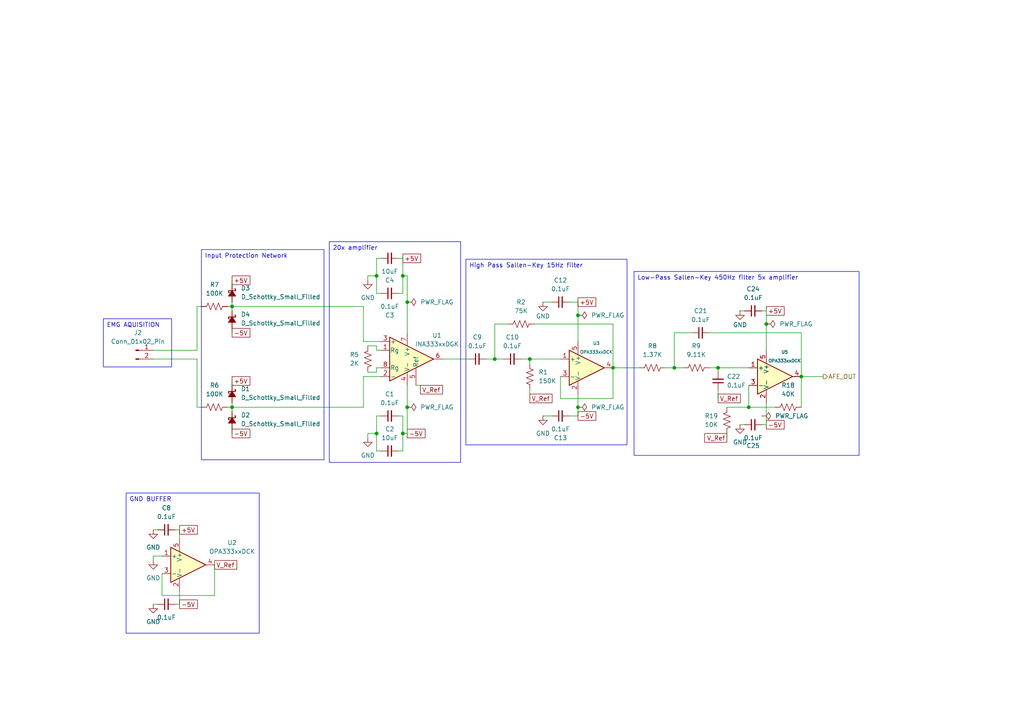
<source format=kicad_sch>
(kicad_sch
	(version 20250114)
	(generator "eeschema")
	(generator_version "9.0")
	(uuid "eb83ce9a-01da-4614-8293-c1faa9a714f7")
	(paper "A4")
	(title_block
		(title "Analog Front End")
		(date "2026-01-02")
		(rev "0")
	)
	(lib_symbols
		(symbol "Amplifier_Instrumentation:INA333xxDGK"
			(pin_names
				(offset 0.127)
			)
			(exclude_from_sim no)
			(in_bom yes)
			(on_board yes)
			(property "Reference" "U"
				(at 3.81 3.175 0)
				(effects
					(font
						(size 1.27 1.27)
					)
					(justify left)
				)
			)
			(property "Value" "INA333xxDGK"
				(at 3.81 -3.175 0)
				(effects
					(font
						(size 1.27 1.27)
					)
					(justify left)
				)
			)
			(property "Footprint" "Package_SO:VSSOP-8_3x3mm_P0.65mm"
				(at 0 -7.62 0)
				(effects
					(font
						(size 1.27 1.27)
					)
					(hide yes)
				)
			)
			(property "Datasheet" "https://www.ti.com/lit/ds/symlink/ina333.pdf"
				(at 2.54 0 0)
				(effects
					(font
						(size 1.27 1.27)
					)
					(hide yes)
				)
			)
			(property "Description" "Zero Drift, Micropower Instrumentation Amplifier G = 1 + 100kOhm/Rg, VSSOP-8"
				(at 0 0 0)
				(effects
					(font
						(size 1.27 1.27)
					)
					(hide yes)
				)
			)
			(property "ki_keywords" "instrumentation opamp amplifier"
				(at 0 0 0)
				(effects
					(font
						(size 1.27 1.27)
					)
					(hide yes)
				)
			)
			(property "ki_fp_filters" "VSSOP*3x3mm*P0.65mm*"
				(at 0 0 0)
				(effects
					(font
						(size 1.27 1.27)
					)
					(hide yes)
				)
			)
			(symbol "INA333xxDGK_0_1"
				(polyline
					(pts
						(xy 7.62 0) (xy -5.08 6.35) (xy -5.08 -6.35) (xy 7.62 0)
					)
					(stroke
						(width 0.254)
						(type default)
					)
					(fill
						(type background)
					)
				)
			)
			(symbol "INA333xxDGK_1_1"
				(pin input line
					(at -7.62 5.08 0)
					(length 2.54)
					(name "+"
						(effects
							(font
								(size 1.27 1.27)
							)
						)
					)
					(number "3"
						(effects
							(font
								(size 1.27 1.27)
							)
						)
					)
				)
				(pin passive line
					(at -7.62 2.54 0)
					(length 2.54)
					(name "Rg"
						(effects
							(font
								(size 1.27 1.27)
							)
						)
					)
					(number "1"
						(effects
							(font
								(size 1.27 1.27)
							)
						)
					)
				)
				(pin passive line
					(at -7.62 -2.54 0)
					(length 2.54)
					(name "Rg"
						(effects
							(font
								(size 1.27 1.27)
							)
						)
					)
					(number "8"
						(effects
							(font
								(size 1.27 1.27)
							)
						)
					)
				)
				(pin input line
					(at -7.62 -5.08 0)
					(length 2.54)
					(name "-"
						(effects
							(font
								(size 1.27 1.27)
							)
						)
					)
					(number "2"
						(effects
							(font
								(size 1.27 1.27)
							)
						)
					)
				)
				(pin power_in line
					(at 0 7.62 270)
					(length 3.81)
					(name "V+"
						(effects
							(font
								(size 1.27 1.27)
							)
						)
					)
					(number "7"
						(effects
							(font
								(size 1.27 1.27)
							)
						)
					)
				)
				(pin power_in line
					(at 0 -7.62 90)
					(length 3.81)
					(name "V-"
						(effects
							(font
								(size 1.27 1.27)
							)
						)
					)
					(number "4"
						(effects
							(font
								(size 1.27 1.27)
							)
						)
					)
				)
				(pin input line
					(at 2.54 -7.62 90)
					(length 5.08)
					(name "Ref"
						(effects
							(font
								(size 1.27 1.27)
							)
						)
					)
					(number "5"
						(effects
							(font
								(size 1.27 1.27)
							)
						)
					)
				)
				(pin output line
					(at 10.16 0 180)
					(length 2.54)
					(name "~"
						(effects
							(font
								(size 1.27 1.27)
							)
						)
					)
					(number "6"
						(effects
							(font
								(size 1.27 1.27)
							)
						)
					)
				)
			)
			(embedded_fonts no)
		)
		(symbol "Amplifier_Operational:OPA333xxDCK"
			(pin_names
				(offset 0.127)
			)
			(exclude_from_sim no)
			(in_bom yes)
			(on_board yes)
			(property "Reference" "U"
				(at 0 5.08 0)
				(effects
					(font
						(size 1.27 1.27)
					)
					(justify left)
				)
			)
			(property "Value" "OPA333xxDCK"
				(at 0 -5.08 0)
				(effects
					(font
						(size 1.27 1.27)
					)
					(justify left)
				)
			)
			(property "Footprint" "Package_TO_SOT_SMD:SOT-353_SC-70-5"
				(at 0 0 0)
				(effects
					(font
						(size 1.27 1.27)
					)
					(justify left)
					(hide yes)
				)
			)
			(property "Datasheet" "http://www.ti.com/lit/ds/symlink/opa333.pdf"
				(at 0 0 0)
				(effects
					(font
						(size 1.27 1.27)
					)
					(hide yes)
				)
			)
			(property "Description" "Single 1.8V, microPower, CMOS Operational Amplifiers, Zero-Drift Series, SC-70-5"
				(at 0 0 0)
				(effects
					(font
						(size 1.27 1.27)
					)
					(hide yes)
				)
			)
			(property "ki_keywords" "single opamp"
				(at 0 0 0)
				(effects
					(font
						(size 1.27 1.27)
					)
					(hide yes)
				)
			)
			(property "ki_fp_filters" "*SC*70*"
				(at 0 0 0)
				(effects
					(font
						(size 1.27 1.27)
					)
					(hide yes)
				)
			)
			(symbol "OPA333xxDCK_0_1"
				(polyline
					(pts
						(xy -5.08 5.08) (xy 5.08 0) (xy -5.08 -5.08) (xy -5.08 5.08)
					)
					(stroke
						(width 0.254)
						(type default)
					)
					(fill
						(type background)
					)
				)
				(pin power_in line
					(at -2.54 7.62 270)
					(length 3.81)
					(name "V+"
						(effects
							(font
								(size 1.27 1.27)
							)
						)
					)
					(number "5"
						(effects
							(font
								(size 1.27 1.27)
							)
						)
					)
				)
				(pin power_in line
					(at -2.54 -7.62 90)
					(length 3.81)
					(name "V-"
						(effects
							(font
								(size 1.27 1.27)
							)
						)
					)
					(number "2"
						(effects
							(font
								(size 1.27 1.27)
							)
						)
					)
				)
			)
			(symbol "OPA333xxDCK_1_1"
				(pin input line
					(at -7.62 2.54 0)
					(length 2.54)
					(name "+"
						(effects
							(font
								(size 1.27 1.27)
							)
						)
					)
					(number "1"
						(effects
							(font
								(size 1.27 1.27)
							)
						)
					)
				)
				(pin input line
					(at -7.62 -2.54 0)
					(length 2.54)
					(name "-"
						(effects
							(font
								(size 1.27 1.27)
							)
						)
					)
					(number "3"
						(effects
							(font
								(size 1.27 1.27)
							)
						)
					)
				)
				(pin output line
					(at 7.62 0 180)
					(length 2.54)
					(name "~"
						(effects
							(font
								(size 1.27 1.27)
							)
						)
					)
					(number "4"
						(effects
							(font
								(size 1.27 1.27)
							)
						)
					)
				)
			)
			(embedded_fonts no)
		)
		(symbol "Connector:Conn_01x02_Pin"
			(pin_names
				(offset 1.016)
				(hide yes)
			)
			(exclude_from_sim no)
			(in_bom yes)
			(on_board yes)
			(property "Reference" "J"
				(at 0 2.54 0)
				(effects
					(font
						(size 1.27 1.27)
					)
				)
			)
			(property "Value" "Conn_01x02_Pin"
				(at 0 -5.08 0)
				(effects
					(font
						(size 1.27 1.27)
					)
				)
			)
			(property "Footprint" ""
				(at 0 0 0)
				(effects
					(font
						(size 1.27 1.27)
					)
					(hide yes)
				)
			)
			(property "Datasheet" "~"
				(at 0 0 0)
				(effects
					(font
						(size 1.27 1.27)
					)
					(hide yes)
				)
			)
			(property "Description" "Generic connector, single row, 01x02, script generated"
				(at 0 0 0)
				(effects
					(font
						(size 1.27 1.27)
					)
					(hide yes)
				)
			)
			(property "ki_locked" ""
				(at 0 0 0)
				(effects
					(font
						(size 1.27 1.27)
					)
				)
			)
			(property "ki_keywords" "connector"
				(at 0 0 0)
				(effects
					(font
						(size 1.27 1.27)
					)
					(hide yes)
				)
			)
			(property "ki_fp_filters" "Connector*:*_1x??_*"
				(at 0 0 0)
				(effects
					(font
						(size 1.27 1.27)
					)
					(hide yes)
				)
			)
			(symbol "Conn_01x02_Pin_1_1"
				(rectangle
					(start 0.8636 0.127)
					(end 0 -0.127)
					(stroke
						(width 0.1524)
						(type default)
					)
					(fill
						(type outline)
					)
				)
				(rectangle
					(start 0.8636 -2.413)
					(end 0 -2.667)
					(stroke
						(width 0.1524)
						(type default)
					)
					(fill
						(type outline)
					)
				)
				(polyline
					(pts
						(xy 1.27 0) (xy 0.8636 0)
					)
					(stroke
						(width 0.1524)
						(type default)
					)
					(fill
						(type none)
					)
				)
				(polyline
					(pts
						(xy 1.27 -2.54) (xy 0.8636 -2.54)
					)
					(stroke
						(width 0.1524)
						(type default)
					)
					(fill
						(type none)
					)
				)
				(pin passive line
					(at 5.08 0 180)
					(length 3.81)
					(name "Pin_1"
						(effects
							(font
								(size 1.27 1.27)
							)
						)
					)
					(number "1"
						(effects
							(font
								(size 1.27 1.27)
							)
						)
					)
				)
				(pin passive line
					(at 5.08 -2.54 180)
					(length 3.81)
					(name "Pin_2"
						(effects
							(font
								(size 1.27 1.27)
							)
						)
					)
					(number "2"
						(effects
							(font
								(size 1.27 1.27)
							)
						)
					)
				)
			)
			(embedded_fonts no)
		)
		(symbol "Device:C_Small"
			(pin_numbers
				(hide yes)
			)
			(pin_names
				(offset 0.254)
				(hide yes)
			)
			(exclude_from_sim no)
			(in_bom yes)
			(on_board yes)
			(property "Reference" "C"
				(at 0.254 1.778 0)
				(effects
					(font
						(size 1.27 1.27)
					)
					(justify left)
				)
			)
			(property "Value" "C_Small"
				(at 0.254 -2.032 0)
				(effects
					(font
						(size 1.27 1.27)
					)
					(justify left)
				)
			)
			(property "Footprint" ""
				(at 0 0 0)
				(effects
					(font
						(size 1.27 1.27)
					)
					(hide yes)
				)
			)
			(property "Datasheet" "~"
				(at 0 0 0)
				(effects
					(font
						(size 1.27 1.27)
					)
					(hide yes)
				)
			)
			(property "Description" "Unpolarized capacitor, small symbol"
				(at 0 0 0)
				(effects
					(font
						(size 1.27 1.27)
					)
					(hide yes)
				)
			)
			(property "ki_keywords" "capacitor cap"
				(at 0 0 0)
				(effects
					(font
						(size 1.27 1.27)
					)
					(hide yes)
				)
			)
			(property "ki_fp_filters" "C_*"
				(at 0 0 0)
				(effects
					(font
						(size 1.27 1.27)
					)
					(hide yes)
				)
			)
			(symbol "C_Small_0_1"
				(polyline
					(pts
						(xy -1.524 0.508) (xy 1.524 0.508)
					)
					(stroke
						(width 0.3048)
						(type default)
					)
					(fill
						(type none)
					)
				)
				(polyline
					(pts
						(xy -1.524 -0.508) (xy 1.524 -0.508)
					)
					(stroke
						(width 0.3302)
						(type default)
					)
					(fill
						(type none)
					)
				)
			)
			(symbol "C_Small_1_1"
				(pin passive line
					(at 0 2.54 270)
					(length 2.032)
					(name "~"
						(effects
							(font
								(size 1.27 1.27)
							)
						)
					)
					(number "1"
						(effects
							(font
								(size 1.27 1.27)
							)
						)
					)
				)
				(pin passive line
					(at 0 -2.54 90)
					(length 2.032)
					(name "~"
						(effects
							(font
								(size 1.27 1.27)
							)
						)
					)
					(number "2"
						(effects
							(font
								(size 1.27 1.27)
							)
						)
					)
				)
			)
			(embedded_fonts no)
		)
		(symbol "Device:D_Schottky_Small_Filled"
			(pin_numbers
				(hide yes)
			)
			(pin_names
				(offset 0.254)
				(hide yes)
			)
			(exclude_from_sim no)
			(in_bom yes)
			(on_board yes)
			(property "Reference" "D"
				(at -1.27 2.032 0)
				(effects
					(font
						(size 1.27 1.27)
					)
					(justify left)
				)
			)
			(property "Value" "D_Schottky_Small_Filled"
				(at -7.112 -2.032 0)
				(effects
					(font
						(size 1.27 1.27)
					)
					(justify left)
				)
			)
			(property "Footprint" ""
				(at 0 0 90)
				(effects
					(font
						(size 1.27 1.27)
					)
					(hide yes)
				)
			)
			(property "Datasheet" "~"
				(at 0 0 90)
				(effects
					(font
						(size 1.27 1.27)
					)
					(hide yes)
				)
			)
			(property "Description" "Schottky diode, small symbol, filled shape"
				(at 0 0 0)
				(effects
					(font
						(size 1.27 1.27)
					)
					(hide yes)
				)
			)
			(property "ki_keywords" "diode Schottky"
				(at 0 0 0)
				(effects
					(font
						(size 1.27 1.27)
					)
					(hide yes)
				)
			)
			(property "ki_fp_filters" "TO-???* *_Diode_* *SingleDiode* D_*"
				(at 0 0 0)
				(effects
					(font
						(size 1.27 1.27)
					)
					(hide yes)
				)
			)
			(symbol "D_Schottky_Small_Filled_0_1"
				(polyline
					(pts
						(xy -1.27 0.762) (xy -1.27 1.016) (xy -0.762 1.016) (xy -0.762 -1.016) (xy -0.254 -1.016) (xy -0.254 -0.762)
					)
					(stroke
						(width 0.254)
						(type default)
					)
					(fill
						(type none)
					)
				)
				(polyline
					(pts
						(xy -0.762 0) (xy 0.762 0)
					)
					(stroke
						(width 0)
						(type default)
					)
					(fill
						(type none)
					)
				)
				(polyline
					(pts
						(xy 0.762 -1.016) (xy -0.762 0) (xy 0.762 1.016) (xy 0.762 -1.016)
					)
					(stroke
						(width 0.254)
						(type default)
					)
					(fill
						(type outline)
					)
				)
			)
			(symbol "D_Schottky_Small_Filled_1_1"
				(pin passive line
					(at -2.54 0 0)
					(length 1.778)
					(name "K"
						(effects
							(font
								(size 1.27 1.27)
							)
						)
					)
					(number "1"
						(effects
							(font
								(size 1.27 1.27)
							)
						)
					)
				)
				(pin passive line
					(at 2.54 0 180)
					(length 1.778)
					(name "A"
						(effects
							(font
								(size 1.27 1.27)
							)
						)
					)
					(number "2"
						(effects
							(font
								(size 1.27 1.27)
							)
						)
					)
				)
			)
			(embedded_fonts no)
		)
		(symbol "Device:R_US"
			(pin_numbers
				(hide yes)
			)
			(pin_names
				(offset 0)
			)
			(exclude_from_sim no)
			(in_bom yes)
			(on_board yes)
			(property "Reference" "R"
				(at 2.54 0 90)
				(effects
					(font
						(size 1.27 1.27)
					)
				)
			)
			(property "Value" "R_US"
				(at -2.54 0 90)
				(effects
					(font
						(size 1.27 1.27)
					)
				)
			)
			(property "Footprint" ""
				(at 1.016 -0.254 90)
				(effects
					(font
						(size 1.27 1.27)
					)
					(hide yes)
				)
			)
			(property "Datasheet" "~"
				(at 0 0 0)
				(effects
					(font
						(size 1.27 1.27)
					)
					(hide yes)
				)
			)
			(property "Description" "Resistor, US symbol"
				(at 0 0 0)
				(effects
					(font
						(size 1.27 1.27)
					)
					(hide yes)
				)
			)
			(property "ki_keywords" "R res resistor"
				(at 0 0 0)
				(effects
					(font
						(size 1.27 1.27)
					)
					(hide yes)
				)
			)
			(property "ki_fp_filters" "R_*"
				(at 0 0 0)
				(effects
					(font
						(size 1.27 1.27)
					)
					(hide yes)
				)
			)
			(symbol "R_US_0_1"
				(polyline
					(pts
						(xy 0 2.286) (xy 0 2.54)
					)
					(stroke
						(width 0)
						(type default)
					)
					(fill
						(type none)
					)
				)
				(polyline
					(pts
						(xy 0 2.286) (xy 1.016 1.905) (xy 0 1.524) (xy -1.016 1.143) (xy 0 0.762)
					)
					(stroke
						(width 0)
						(type default)
					)
					(fill
						(type none)
					)
				)
				(polyline
					(pts
						(xy 0 0.762) (xy 1.016 0.381) (xy 0 0) (xy -1.016 -0.381) (xy 0 -0.762)
					)
					(stroke
						(width 0)
						(type default)
					)
					(fill
						(type none)
					)
				)
				(polyline
					(pts
						(xy 0 -0.762) (xy 1.016 -1.143) (xy 0 -1.524) (xy -1.016 -1.905) (xy 0 -2.286)
					)
					(stroke
						(width 0)
						(type default)
					)
					(fill
						(type none)
					)
				)
				(polyline
					(pts
						(xy 0 -2.286) (xy 0 -2.54)
					)
					(stroke
						(width 0)
						(type default)
					)
					(fill
						(type none)
					)
				)
			)
			(symbol "R_US_1_1"
				(pin passive line
					(at 0 3.81 270)
					(length 1.27)
					(name "~"
						(effects
							(font
								(size 1.27 1.27)
							)
						)
					)
					(number "1"
						(effects
							(font
								(size 1.27 1.27)
							)
						)
					)
				)
				(pin passive line
					(at 0 -3.81 90)
					(length 1.27)
					(name "~"
						(effects
							(font
								(size 1.27 1.27)
							)
						)
					)
					(number "2"
						(effects
							(font
								(size 1.27 1.27)
							)
						)
					)
				)
			)
			(embedded_fonts no)
		)
		(symbol "power:GND"
			(power)
			(pin_numbers
				(hide yes)
			)
			(pin_names
				(offset 0)
				(hide yes)
			)
			(exclude_from_sim no)
			(in_bom yes)
			(on_board yes)
			(property "Reference" "#PWR"
				(at 0 -6.35 0)
				(effects
					(font
						(size 1.27 1.27)
					)
					(hide yes)
				)
			)
			(property "Value" "GND"
				(at 0 -3.81 0)
				(effects
					(font
						(size 1.27 1.27)
					)
				)
			)
			(property "Footprint" ""
				(at 0 0 0)
				(effects
					(font
						(size 1.27 1.27)
					)
					(hide yes)
				)
			)
			(property "Datasheet" ""
				(at 0 0 0)
				(effects
					(font
						(size 1.27 1.27)
					)
					(hide yes)
				)
			)
			(property "Description" "Power symbol creates a global label with name \"GND\" , ground"
				(at 0 0 0)
				(effects
					(font
						(size 1.27 1.27)
					)
					(hide yes)
				)
			)
			(property "ki_keywords" "global power"
				(at 0 0 0)
				(effects
					(font
						(size 1.27 1.27)
					)
					(hide yes)
				)
			)
			(symbol "GND_0_1"
				(polyline
					(pts
						(xy 0 0) (xy 0 -1.27) (xy 1.27 -1.27) (xy 0 -2.54) (xy -1.27 -1.27) (xy 0 -1.27)
					)
					(stroke
						(width 0)
						(type default)
					)
					(fill
						(type none)
					)
				)
			)
			(symbol "GND_1_1"
				(pin power_in line
					(at 0 0 270)
					(length 0)
					(name "~"
						(effects
							(font
								(size 1.27 1.27)
							)
						)
					)
					(number "1"
						(effects
							(font
								(size 1.27 1.27)
							)
						)
					)
				)
			)
			(embedded_fonts no)
		)
		(symbol "power:PWR_FLAG"
			(power)
			(pin_numbers
				(hide yes)
			)
			(pin_names
				(offset 0)
				(hide yes)
			)
			(exclude_from_sim no)
			(in_bom yes)
			(on_board yes)
			(property "Reference" "#FLG"
				(at 0 1.905 0)
				(effects
					(font
						(size 1.27 1.27)
					)
					(hide yes)
				)
			)
			(property "Value" "PWR_FLAG"
				(at 0 3.81 0)
				(effects
					(font
						(size 1.27 1.27)
					)
				)
			)
			(property "Footprint" ""
				(at 0 0 0)
				(effects
					(font
						(size 1.27 1.27)
					)
					(hide yes)
				)
			)
			(property "Datasheet" "~"
				(at 0 0 0)
				(effects
					(font
						(size 1.27 1.27)
					)
					(hide yes)
				)
			)
			(property "Description" "Special symbol for telling ERC where power comes from"
				(at 0 0 0)
				(effects
					(font
						(size 1.27 1.27)
					)
					(hide yes)
				)
			)
			(property "ki_keywords" "flag power"
				(at 0 0 0)
				(effects
					(font
						(size 1.27 1.27)
					)
					(hide yes)
				)
			)
			(symbol "PWR_FLAG_0_0"
				(pin power_out line
					(at 0 0 90)
					(length 0)
					(name "~"
						(effects
							(font
								(size 1.27 1.27)
							)
						)
					)
					(number "1"
						(effects
							(font
								(size 1.27 1.27)
							)
						)
					)
				)
			)
			(symbol "PWR_FLAG_0_1"
				(polyline
					(pts
						(xy 0 0) (xy 0 1.27) (xy -1.016 1.905) (xy 0 2.54) (xy 1.016 1.905) (xy 0 1.27)
					)
					(stroke
						(width 0)
						(type default)
					)
					(fill
						(type none)
					)
				)
			)
			(embedded_fonts no)
		)
	)
	(text_box "High Pass Sallen-Key 15Hz filter "
		(exclude_from_sim no)
		(at 135.128 75.184 0)
		(size 46.736 53.848)
		(margins 0.9525 0.9525 0.9525 0.9525)
		(stroke
			(width 0)
			(type solid)
		)
		(fill
			(type none)
		)
		(effects
			(font
				(size 1.27 1.27)
			)
			(justify left top)
		)
		(uuid "11a2b7aa-73cc-44e9-9dca-342fcf3b27ad")
	)
	(text_box "GND BUFFER"
		(exclude_from_sim no)
		(at 36.576 143.002 0)
		(size 38.608 40.64)
		(margins 0.9525 0.9525 0.9525 0.9525)
		(stroke
			(width 0)
			(type solid)
		)
		(fill
			(type none)
		)
		(effects
			(font
				(size 1.27 1.27)
			)
			(justify left top)
		)
		(uuid "21f94f3e-97f1-42ff-8a16-a1714b531dcb")
	)
	(text_box "Low-Pass Sallen-Key 450Hz filter 5x amplifier"
		(exclude_from_sim no)
		(at 183.896 78.74 0)
		(size 65.278 53.34)
		(margins 0.9525 0.9525 0.9525 0.9525)
		(stroke
			(width 0)
			(type solid)
		)
		(fill
			(type none)
		)
		(effects
			(font
				(size 1.27 1.27)
			)
			(justify left top)
		)
		(uuid "30f97d7e-98fa-4176-afdb-da6327b5d1df")
	)
	(text_box "Input Protection Network"
		(exclude_from_sim no)
		(at 58.42 72.39 0)
		(size 35.56 60.96)
		(margins 0.9525 0.9525 0.9525 0.9525)
		(stroke
			(width 0)
			(type solid)
		)
		(fill
			(type none)
		)
		(effects
			(font
				(size 1.27 1.27)
			)
			(justify left top)
		)
		(uuid "318ba235-14bc-4cde-9c95-2655249ae98c")
	)
	(text_box "20x amplifier"
		(exclude_from_sim no)
		(at 95.504 70.104 0)
		(size 38.1 64.008)
		(margins 0.9525 0.9525 0.9525 0.9525)
		(stroke
			(width 0)
			(type solid)
		)
		(fill
			(type none)
		)
		(effects
			(font
				(size 1.27 1.27)
			)
			(justify left top)
		)
		(uuid "5919067a-636d-45a9-bcff-cbd4fcac9a6c")
	)
	(text_box "EMG AQUISITION"
		(exclude_from_sim no)
		(at 29.972 92.456 0)
		(size 19.812 13.97)
		(margins 0.9525 0.9525 0.9525 0.9525)
		(stroke
			(width 0)
			(type solid)
		)
		(fill
			(type none)
		)
		(effects
			(font
				(size 1.27 1.27)
			)
			(justify left top)
		)
		(uuid "5ac81020-9933-412d-b4cf-9cf1244bfb11")
	)
	(junction
		(at 67.31 118.11)
		(diameter 0)
		(color 0 0 0 0)
		(uuid "12be5b2b-59e0-4dfd-8e39-949dfd671e86")
	)
	(junction
		(at 195.58 106.68)
		(diameter 0)
		(color 0 0 0 0)
		(uuid "36fbefd2-a604-4114-9d0b-256773671e5a")
	)
	(junction
		(at 153.67 104.14)
		(diameter 0)
		(color 0 0 0 0)
		(uuid "3a7f4f30-0f7b-4714-b1e2-c8bfaf1f6fa9")
	)
	(junction
		(at 109.22 125.73)
		(diameter 0)
		(color 0 0 0 0)
		(uuid "4348028d-6415-4491-a8d7-a9a428027b85")
	)
	(junction
		(at 217.17 118.11)
		(diameter 0)
		(color 0 0 0 0)
		(uuid "6328cef0-260f-4f94-9962-3579a336caff")
	)
	(junction
		(at 118.11 118.11)
		(diameter 0)
		(color 0 0 0 0)
		(uuid "6522e1af-b820-43fa-a64b-59b30844f920")
	)
	(junction
		(at 208.28 106.68)
		(diameter 0)
		(color 0 0 0 0)
		(uuid "74960e29-12a6-4da7-a0a1-ed4d86e3b3cc")
	)
	(junction
		(at 109.22 80.01)
		(diameter 0)
		(color 0 0 0 0)
		(uuid "7b86ec35-54c4-42b5-a648-857488d67fc6")
	)
	(junction
		(at 116.84 125.73)
		(diameter 0)
		(color 0 0 0 0)
		(uuid "8a2c78fe-229a-4024-8dd2-1b4cf130d639")
	)
	(junction
		(at 118.11 87.63)
		(diameter 0)
		(color 0 0 0 0)
		(uuid "8feb0785-a984-46c7-be41-b5af015817b6")
	)
	(junction
		(at 232.41 109.22)
		(diameter 0)
		(color 0 0 0 0)
		(uuid "986be1d9-a923-4e41-a5f0-c45f1af626a0")
	)
	(junction
		(at 167.64 91.44)
		(diameter 0)
		(color 0 0 0 0)
		(uuid "99dbf5ff-7c73-48fe-928a-a48306250425")
	)
	(junction
		(at 116.84 80.01)
		(diameter 0)
		(color 0 0 0 0)
		(uuid "b26404c1-5d9c-4a4e-9bd2-ca9c4ba34214")
	)
	(junction
		(at 167.64 118.11)
		(diameter 0)
		(color 0 0 0 0)
		(uuid "b9b28099-9582-4ba2-b9e4-26342766a02a")
	)
	(junction
		(at 222.25 93.98)
		(diameter 0)
		(color 0 0 0 0)
		(uuid "ba09ea89-938f-4a93-9975-d4430ef35ad8")
	)
	(junction
		(at 67.31 88.9)
		(diameter 0)
		(color 0 0 0 0)
		(uuid "ed13071d-c168-49f4-bb0f-e1cd868ca096")
	)
	(junction
		(at 143.51 104.14)
		(diameter 0)
		(color 0 0 0 0)
		(uuid "f7fc722b-86d5-408c-9b58-9efc4d99df3f")
	)
	(junction
		(at 177.8 106.68)
		(diameter 0)
		(color 0 0 0 0)
		(uuid "fcb32026-f056-4f07-b871-a70ced13b645")
	)
	(wire
		(pts
			(xy 106.68 125.73) (xy 106.68 127)
		)
		(stroke
			(width 0)
			(type default)
		)
		(uuid "0261b60d-0b95-4891-95dc-73c4808ca1d8")
	)
	(wire
		(pts
			(xy 167.64 87.63) (xy 167.64 91.44)
		)
		(stroke
			(width 0)
			(type default)
		)
		(uuid "03e14b3b-5398-4be6-854b-9a3565d8ef8c")
	)
	(wire
		(pts
			(xy 44.45 104.14) (xy 57.15 104.14)
		)
		(stroke
			(width 0)
			(type default)
		)
		(uuid "03e9c255-6fa3-4b0e-b854-89eb704423b2")
	)
	(wire
		(pts
			(xy 115.57 85.09) (xy 116.84 85.09)
		)
		(stroke
			(width 0)
			(type default)
		)
		(uuid "04f84199-9faa-456a-9daf-b5d73527955c")
	)
	(wire
		(pts
			(xy 147.32 93.98) (xy 143.51 93.98)
		)
		(stroke
			(width 0)
			(type default)
		)
		(uuid "053426b5-977c-49a7-b890-7153107b5902")
	)
	(wire
		(pts
			(xy 214.63 90.17) (xy 215.9 90.17)
		)
		(stroke
			(width 0)
			(type default)
		)
		(uuid "05d0f406-3db2-4c8b-88e6-dcfbe458cf32")
	)
	(wire
		(pts
			(xy 57.15 118.11) (xy 58.42 118.11)
		)
		(stroke
			(width 0)
			(type default)
		)
		(uuid "07eb6289-fd17-4aac-9fb1-786080d86116")
	)
	(wire
		(pts
			(xy 232.41 96.52) (xy 232.41 109.22)
		)
		(stroke
			(width 0)
			(type default)
		)
		(uuid "089cc05b-4306-4152-86d6-fc9ff048c68a")
	)
	(wire
		(pts
			(xy 177.8 106.68) (xy 177.8 115.57)
		)
		(stroke
			(width 0)
			(type default)
		)
		(uuid "0d865559-2fea-49fc-9ab5-3fc99aeba3f8")
	)
	(wire
		(pts
			(xy 67.31 124.46) (xy 67.31 125.73)
		)
		(stroke
			(width 0)
			(type default)
		)
		(uuid "0f3ce377-f0a2-4084-965b-3663da39caea")
	)
	(wire
		(pts
			(xy 44.45 101.6) (xy 57.15 101.6)
		)
		(stroke
			(width 0)
			(type default)
		)
		(uuid "0fc1fd90-01b7-458c-9145-a2d14ece7e46")
	)
	(wire
		(pts
			(xy 167.64 99.06) (xy 167.64 91.44)
		)
		(stroke
			(width 0)
			(type default)
		)
		(uuid "168c5251-00b2-4188-9c7e-432fc045130d")
	)
	(wire
		(pts
			(xy 153.67 104.14) (xy 162.56 104.14)
		)
		(stroke
			(width 0)
			(type default)
		)
		(uuid "17569c4b-bd97-47b5-8ddc-e2fff3b81e3e")
	)
	(wire
		(pts
			(xy 195.58 96.52) (xy 195.58 106.68)
		)
		(stroke
			(width 0)
			(type default)
		)
		(uuid "18ff0e3d-229b-4bc9-aa37-c12adc81989c")
	)
	(wire
		(pts
			(xy 165.1 120.65) (xy 167.64 120.65)
		)
		(stroke
			(width 0)
			(type default)
		)
		(uuid "1d02a35c-ec9f-4847-a0ee-0932b7afca28")
	)
	(wire
		(pts
			(xy 57.15 88.9) (xy 58.42 88.9)
		)
		(stroke
			(width 0)
			(type default)
		)
		(uuid "201eea5f-bdc9-4ba8-a0bd-f57d9d5d80eb")
	)
	(wire
		(pts
			(xy 232.41 109.22) (xy 232.41 118.11)
		)
		(stroke
			(width 0)
			(type default)
		)
		(uuid "209bb106-d450-4e68-b4ea-e17faa4405d1")
	)
	(wire
		(pts
			(xy 208.28 113.03) (xy 208.28 115.57)
		)
		(stroke
			(width 0)
			(type default)
		)
		(uuid "2331ff1d-17bb-40c7-9a10-98d9628f47bf")
	)
	(wire
		(pts
			(xy 44.45 153.67) (xy 45.72 153.67)
		)
		(stroke
			(width 0)
			(type default)
		)
		(uuid "270b950f-e046-47d8-93c3-af28a5690163")
	)
	(wire
		(pts
			(xy 109.22 125.73) (xy 106.68 125.73)
		)
		(stroke
			(width 0)
			(type default)
		)
		(uuid "27839302-b8bc-43d4-891c-ec13175c4051")
	)
	(wire
		(pts
			(xy 67.31 95.25) (xy 67.31 96.52)
		)
		(stroke
			(width 0)
			(type default)
		)
		(uuid "295652f6-d2f0-4699-8707-a08ea19c0ff1")
	)
	(wire
		(pts
			(xy 205.74 106.68) (xy 208.28 106.68)
		)
		(stroke
			(width 0)
			(type default)
		)
		(uuid "2aa379bd-5cea-4f93-8eb5-394d61d2a3e1")
	)
	(wire
		(pts
			(xy 217.17 118.11) (xy 224.79 118.11)
		)
		(stroke
			(width 0)
			(type default)
		)
		(uuid "2ad11407-3f69-4fdc-9109-3c8f330402dc")
	)
	(wire
		(pts
			(xy 205.74 96.52) (xy 232.41 96.52)
		)
		(stroke
			(width 0)
			(type default)
		)
		(uuid "2cf8665e-fb73-40b2-97d8-ae0d24823105")
	)
	(wire
		(pts
			(xy 110.49 99.06) (xy 105.41 99.06)
		)
		(stroke
			(width 0)
			(type default)
		)
		(uuid "2df01636-fe85-495d-82f2-de935e53b40f")
	)
	(wire
		(pts
			(xy 57.15 88.9) (xy 57.15 101.6)
		)
		(stroke
			(width 0)
			(type default)
		)
		(uuid "314d0956-a9a5-4b52-b1e4-2304b79b5cde")
	)
	(wire
		(pts
			(xy 121.92 111.76) (xy 121.92 113.03)
		)
		(stroke
			(width 0)
			(type default)
		)
		(uuid "32d13c99-6b7c-4d9a-9a39-1b7aba605630")
	)
	(wire
		(pts
			(xy 118.11 118.11) (xy 118.11 125.73)
		)
		(stroke
			(width 0)
			(type default)
		)
		(uuid "33351a3f-99d0-49d4-925c-68554e9c0c79")
	)
	(wire
		(pts
			(xy 66.04 88.9) (xy 67.31 88.9)
		)
		(stroke
			(width 0)
			(type default)
		)
		(uuid "3378a0b0-e2df-410d-a595-efa027f6e046")
	)
	(wire
		(pts
			(xy 46.99 166.37) (xy 46.99 172.72)
		)
		(stroke
			(width 0)
			(type default)
		)
		(uuid "35f1040b-8678-4210-b988-1bdd59fc875d")
	)
	(wire
		(pts
			(xy 116.84 74.93) (xy 115.57 74.93)
		)
		(stroke
			(width 0)
			(type default)
		)
		(uuid "38d736bb-53c3-40f2-8cd9-a85fa1a60be3")
	)
	(wire
		(pts
			(xy 109.22 125.73) (xy 109.22 120.65)
		)
		(stroke
			(width 0)
			(type default)
		)
		(uuid "3d08d1a9-278d-42bc-8358-6671765fed74")
	)
	(wire
		(pts
			(xy 44.45 161.29) (xy 44.45 162.56)
		)
		(stroke
			(width 0)
			(type default)
		)
		(uuid "3d1e1d7c-afed-4cdb-914e-7315b1673563")
	)
	(wire
		(pts
			(xy 220.98 123.19) (xy 222.25 123.19)
		)
		(stroke
			(width 0)
			(type default)
		)
		(uuid "429337d8-9a0d-47cd-9ba3-a39a5222604d")
	)
	(wire
		(pts
			(xy 52.07 171.45) (xy 52.07 175.26)
		)
		(stroke
			(width 0)
			(type default)
		)
		(uuid "44e41833-6d31-4828-b8bc-340226325594")
	)
	(wire
		(pts
			(xy 52.07 156.21) (xy 52.07 153.67)
		)
		(stroke
			(width 0)
			(type default)
		)
		(uuid "472ba108-64f4-4b8d-a889-fe5b345e508a")
	)
	(wire
		(pts
			(xy 67.31 110.49) (xy 67.31 111.76)
		)
		(stroke
			(width 0)
			(type default)
		)
		(uuid "4762f0e8-99f4-496b-b2d1-dfddcaa33cb7")
	)
	(wire
		(pts
			(xy 118.11 111.76) (xy 118.11 118.11)
		)
		(stroke
			(width 0)
			(type default)
		)
		(uuid "490bc3e8-dda2-43d1-9015-26051062530a")
	)
	(wire
		(pts
			(xy 109.22 80.01) (xy 109.22 85.09)
		)
		(stroke
			(width 0)
			(type default)
		)
		(uuid "4bbeab6b-f218-4698-b193-ba49990f95d7")
	)
	(wire
		(pts
			(xy 222.25 90.17) (xy 222.25 93.98)
		)
		(stroke
			(width 0)
			(type default)
		)
		(uuid "4de0f881-ee43-46c0-a275-370c51723602")
	)
	(wire
		(pts
			(xy 116.84 80.01) (xy 116.84 74.93)
		)
		(stroke
			(width 0)
			(type default)
		)
		(uuid "508483f0-fd97-4b13-9864-5ea6f35cdc02")
	)
	(wire
		(pts
			(xy 210.82 118.11) (xy 217.17 118.11)
		)
		(stroke
			(width 0)
			(type default)
		)
		(uuid "519c440d-8d44-4b95-8bd7-0aba81b935a2")
	)
	(wire
		(pts
			(xy 167.64 114.3) (xy 167.64 118.11)
		)
		(stroke
			(width 0)
			(type default)
		)
		(uuid "52afb6ab-46f2-4380-9efb-66ad63e1fc99")
	)
	(wire
		(pts
			(xy 110.49 130.81) (xy 109.22 130.81)
		)
		(stroke
			(width 0)
			(type default)
		)
		(uuid "550f28ce-106d-46be-b9d5-5f73a8ad9e96")
	)
	(wire
		(pts
			(xy 143.51 93.98) (xy 143.51 104.14)
		)
		(stroke
			(width 0)
			(type default)
		)
		(uuid "554db922-1f8f-412b-b1f6-ec66a4276aea")
	)
	(wire
		(pts
			(xy 66.04 118.11) (xy 67.31 118.11)
		)
		(stroke
			(width 0)
			(type default)
		)
		(uuid "557a26c6-451e-4cdc-bae3-808de693b8cf")
	)
	(wire
		(pts
			(xy 50.8 153.67) (xy 52.07 153.67)
		)
		(stroke
			(width 0)
			(type default)
		)
		(uuid "56964699-a5c9-4eb4-99c1-6c4d9e6dd3dc")
	)
	(wire
		(pts
			(xy 118.11 87.63) (xy 118.11 80.01)
		)
		(stroke
			(width 0)
			(type default)
		)
		(uuid "57dbaf00-4093-4ba8-b6e0-1b074414a926")
	)
	(wire
		(pts
			(xy 193.04 106.68) (xy 195.58 106.68)
		)
		(stroke
			(width 0)
			(type default)
		)
		(uuid "5f00294a-d7ba-4e8e-acfe-419ad63daaf0")
	)
	(wire
		(pts
			(xy 115.57 120.65) (xy 116.84 120.65)
		)
		(stroke
			(width 0)
			(type default)
		)
		(uuid "60927513-a89c-4b9b-8b9a-240f38ead808")
	)
	(wire
		(pts
			(xy 44.45 175.26) (xy 45.72 175.26)
		)
		(stroke
			(width 0)
			(type default)
		)
		(uuid "67a95b4e-3260-4641-9af8-0f7faf82db39")
	)
	(wire
		(pts
			(xy 67.31 81.28) (xy 67.31 82.55)
		)
		(stroke
			(width 0)
			(type default)
		)
		(uuid "691546be-7f9e-46f0-b4b7-65486fa5e310")
	)
	(wire
		(pts
			(xy 116.84 85.09) (xy 116.84 80.01)
		)
		(stroke
			(width 0)
			(type default)
		)
		(uuid "6acacc54-b49a-49eb-8bf2-9d2b7d0a87f7")
	)
	(wire
		(pts
			(xy 157.48 120.65) (xy 160.02 120.65)
		)
		(stroke
			(width 0)
			(type default)
		)
		(uuid "6f21d0bf-caf5-44f9-8f5e-d9aaf6dd6131")
	)
	(wire
		(pts
			(xy 162.56 115.57) (xy 177.8 115.57)
		)
		(stroke
			(width 0)
			(type default)
		)
		(uuid "77476e19-d21e-4643-9877-46397d970ce0")
	)
	(wire
		(pts
			(xy 106.68 80.01) (xy 106.68 81.28)
		)
		(stroke
			(width 0)
			(type default)
		)
		(uuid "78fed397-a53e-4b1c-a2ce-cb6e9541fbe2")
	)
	(wire
		(pts
			(xy 208.28 106.68) (xy 208.28 107.95)
		)
		(stroke
			(width 0)
			(type default)
		)
		(uuid "7a220eb2-7574-486f-b681-8724f5439553")
	)
	(wire
		(pts
			(xy 118.11 96.52) (xy 118.11 87.63)
		)
		(stroke
			(width 0)
			(type default)
		)
		(uuid "7c5ff910-dba2-4c78-b679-6376453f6296")
	)
	(wire
		(pts
			(xy 105.41 118.11) (xy 105.41 109.22)
		)
		(stroke
			(width 0)
			(type default)
		)
		(uuid "7c86ed2d-095a-416a-b85f-45f986d5a360")
	)
	(wire
		(pts
			(xy 208.28 106.68) (xy 217.17 106.68)
		)
		(stroke
			(width 0)
			(type default)
		)
		(uuid "822c18fa-61d3-44e3-b34e-516890627648")
	)
	(wire
		(pts
			(xy 46.99 172.72) (xy 62.23 172.72)
		)
		(stroke
			(width 0)
			(type default)
		)
		(uuid "8519b0e4-f943-4dee-9ba7-539b0e01445a")
	)
	(wire
		(pts
			(xy 232.41 109.22) (xy 238.76 109.22)
		)
		(stroke
			(width 0)
			(type default)
		)
		(uuid "85f855be-7d7b-41b6-bd9a-9969f6cc4b1d")
	)
	(wire
		(pts
			(xy 116.84 125.73) (xy 116.84 130.81)
		)
		(stroke
			(width 0)
			(type default)
		)
		(uuid "8641a787-5f59-4b73-a5b2-6d620d06f5a2")
	)
	(wire
		(pts
			(xy 121.92 111.76) (xy 120.65 111.76)
		)
		(stroke
			(width 0)
			(type default)
		)
		(uuid "87dab28c-6aac-455f-8984-e265c29ac8ac")
	)
	(wire
		(pts
			(xy 195.58 96.52) (xy 200.66 96.52)
		)
		(stroke
			(width 0)
			(type default)
		)
		(uuid "8a195736-8d62-4f1e-b7e9-d5ffa615b4a4")
	)
	(wire
		(pts
			(xy 109.22 85.09) (xy 110.49 85.09)
		)
		(stroke
			(width 0)
			(type default)
		)
		(uuid "8af72e3b-a652-4838-b3bc-bf0b0b7fdaf6")
	)
	(wire
		(pts
			(xy 106.68 107.95) (xy 109.22 107.95)
		)
		(stroke
			(width 0)
			(type default)
		)
		(uuid "8de5cbc4-2bef-4f4a-97fc-9da71718d342")
	)
	(wire
		(pts
			(xy 151.13 104.14) (xy 153.67 104.14)
		)
		(stroke
			(width 0)
			(type default)
		)
		(uuid "92e898a7-4707-4a41-b0e5-1055102e22e7")
	)
	(wire
		(pts
			(xy 116.84 130.81) (xy 115.57 130.81)
		)
		(stroke
			(width 0)
			(type default)
		)
		(uuid "a2a1d4c3-4f69-49d9-8095-2bc76f35ff0c")
	)
	(wire
		(pts
			(xy 46.99 161.29) (xy 44.45 161.29)
		)
		(stroke
			(width 0)
			(type default)
		)
		(uuid "a5a273e3-0703-42d7-8e4c-2685bd289d6a")
	)
	(wire
		(pts
			(xy 109.22 74.93) (xy 109.22 80.01)
		)
		(stroke
			(width 0)
			(type default)
		)
		(uuid "a71f7f17-9c68-4fed-80a2-217280cedef0")
	)
	(wire
		(pts
			(xy 67.31 118.11) (xy 67.31 119.38)
		)
		(stroke
			(width 0)
			(type default)
		)
		(uuid "a883d2f3-ad87-42eb-82e4-05ec828bec2b")
	)
	(wire
		(pts
			(xy 109.22 107.95) (xy 109.22 106.68)
		)
		(stroke
			(width 0)
			(type default)
		)
		(uuid "aa0f0654-f176-4f34-bd8b-4f001293e9f6")
	)
	(wire
		(pts
			(xy 106.68 100.33) (xy 109.22 100.33)
		)
		(stroke
			(width 0)
			(type default)
		)
		(uuid "aa22cd60-d384-407b-9893-b898c33307c8")
	)
	(wire
		(pts
			(xy 109.22 130.81) (xy 109.22 125.73)
		)
		(stroke
			(width 0)
			(type default)
		)
		(uuid "ab84d681-c4d2-44da-9b2a-bb0be29bfb50")
	)
	(wire
		(pts
			(xy 62.23 163.83) (xy 62.23 172.72)
		)
		(stroke
			(width 0)
			(type default)
		)
		(uuid "ac2f836f-4e8c-4371-866e-c24f14c81b9d")
	)
	(wire
		(pts
			(xy 109.22 80.01) (xy 106.68 80.01)
		)
		(stroke
			(width 0)
			(type default)
		)
		(uuid "ad7110e3-aeaf-40ba-9255-9a13ad0da7a3")
	)
	(wire
		(pts
			(xy 50.8 175.26) (xy 52.07 175.26)
		)
		(stroke
			(width 0)
			(type default)
		)
		(uuid "ae00fb17-7fe5-4aa2-b4cf-37a448d28ee5")
	)
	(wire
		(pts
			(xy 154.94 93.98) (xy 177.8 93.98)
		)
		(stroke
			(width 0)
			(type default)
		)
		(uuid "ae43428e-c09d-49b1-80b8-28124943c29f")
	)
	(wire
		(pts
			(xy 140.97 104.14) (xy 143.51 104.14)
		)
		(stroke
			(width 0)
			(type default)
		)
		(uuid "aef73726-aee5-42e7-8b00-86ff86142131")
	)
	(wire
		(pts
			(xy 105.41 109.22) (xy 110.49 109.22)
		)
		(stroke
			(width 0)
			(type default)
		)
		(uuid "b14f7b1f-9ffa-48e3-9848-1b4fb53fe473")
	)
	(wire
		(pts
			(xy 153.67 104.14) (xy 153.67 105.41)
		)
		(stroke
			(width 0)
			(type default)
		)
		(uuid "b4a182f2-dd93-4e1f-a772-f8038d9ba621")
	)
	(wire
		(pts
			(xy 57.15 118.11) (xy 57.15 104.14)
		)
		(stroke
			(width 0)
			(type default)
		)
		(uuid "b7b0e3f6-708d-4c9a-9d9e-f3c1c625feac")
	)
	(wire
		(pts
			(xy 128.27 104.14) (xy 135.89 104.14)
		)
		(stroke
			(width 0)
			(type default)
		)
		(uuid "b9de3ff9-a47d-46c8-8b79-07f2cae3df0b")
	)
	(wire
		(pts
			(xy 67.31 88.9) (xy 67.31 90.17)
		)
		(stroke
			(width 0)
			(type default)
		)
		(uuid "ba8e710f-1a77-4371-b16a-161c693175d4")
	)
	(wire
		(pts
			(xy 162.56 109.22) (xy 162.56 115.57)
		)
		(stroke
			(width 0)
			(type default)
		)
		(uuid "bad53857-a50b-4ef7-affe-e7b431578b8c")
	)
	(wire
		(pts
			(xy 222.25 93.98) (xy 222.25 101.6)
		)
		(stroke
			(width 0)
			(type default)
		)
		(uuid "bccdd4df-9d90-4986-99ef-78c7b4c493c0")
	)
	(wire
		(pts
			(xy 67.31 87.63) (xy 67.31 88.9)
		)
		(stroke
			(width 0)
			(type default)
		)
		(uuid "c7278f43-b885-4b98-a6be-025831f26fe3")
	)
	(wire
		(pts
			(xy 217.17 111.76) (xy 217.17 118.11)
		)
		(stroke
			(width 0)
			(type default)
		)
		(uuid "cb964c3f-9697-4f73-9ea5-3604bb7dc91c")
	)
	(wire
		(pts
			(xy 116.84 125.73) (xy 118.11 125.73)
		)
		(stroke
			(width 0)
			(type default)
		)
		(uuid "cd215e31-18c4-4963-9b03-3ae57678badc")
	)
	(wire
		(pts
			(xy 110.49 74.93) (xy 109.22 74.93)
		)
		(stroke
			(width 0)
			(type default)
		)
		(uuid "d14cc713-3cbf-466d-a397-8e2109c49006")
	)
	(wire
		(pts
			(xy 105.41 99.06) (xy 105.41 88.9)
		)
		(stroke
			(width 0)
			(type default)
		)
		(uuid "d3309e5d-7026-4570-9583-6fa2d689866c")
	)
	(wire
		(pts
			(xy 109.22 120.65) (xy 110.49 120.65)
		)
		(stroke
			(width 0)
			(type default)
		)
		(uuid "da246d98-2eab-4b87-8ca9-744cf3b79dfc")
	)
	(wire
		(pts
			(xy 67.31 118.11) (xy 105.41 118.11)
		)
		(stroke
			(width 0)
			(type default)
		)
		(uuid "da2aebf4-f890-48ca-8844-e2956ba6bd81")
	)
	(wire
		(pts
			(xy 110.49 101.6) (xy 109.22 101.6)
		)
		(stroke
			(width 0)
			(type default)
		)
		(uuid "db89769b-78ba-41e1-9256-fdcc2f02fd2e")
	)
	(wire
		(pts
			(xy 157.48 87.63) (xy 160.02 87.63)
		)
		(stroke
			(width 0)
			(type default)
		)
		(uuid "dc230168-5ee1-434c-9249-3fb2323e38bd")
	)
	(wire
		(pts
			(xy 67.31 116.84) (xy 67.31 118.11)
		)
		(stroke
			(width 0)
			(type default)
		)
		(uuid "dc5895ca-857c-411b-b51e-b154cfc8805b")
	)
	(wire
		(pts
			(xy 210.82 127) (xy 210.82 125.73)
		)
		(stroke
			(width 0)
			(type default)
		)
		(uuid "dd33dfd9-779f-423f-bdbf-2ca98f9012c3")
	)
	(wire
		(pts
			(xy 195.58 106.68) (xy 198.12 106.68)
		)
		(stroke
			(width 0)
			(type default)
		)
		(uuid "dda7ea82-93d6-4bb8-8a53-e25cc3ff585b")
	)
	(wire
		(pts
			(xy 165.1 87.63) (xy 167.64 87.63)
		)
		(stroke
			(width 0)
			(type default)
		)
		(uuid "def7ec6e-ea54-4e71-bb99-c89bf87d9b66")
	)
	(wire
		(pts
			(xy 116.84 120.65) (xy 116.84 125.73)
		)
		(stroke
			(width 0)
			(type default)
		)
		(uuid "e29461ad-9848-47ce-9873-4a99bf5072ba")
	)
	(wire
		(pts
			(xy 153.67 113.03) (xy 153.67 115.57)
		)
		(stroke
			(width 0)
			(type default)
		)
		(uuid "e45fd932-499e-46e4-8d7b-aeddf71741d1")
	)
	(wire
		(pts
			(xy 214.63 123.19) (xy 215.9 123.19)
		)
		(stroke
			(width 0)
			(type default)
		)
		(uuid "e933ce29-1fb5-4390-b877-96a0fc1ab35e")
	)
	(wire
		(pts
			(xy 177.8 106.68) (xy 185.42 106.68)
		)
		(stroke
			(width 0)
			(type default)
		)
		(uuid "ee6ff784-6d56-4438-8435-763f7c6aab9e")
	)
	(wire
		(pts
			(xy 109.22 106.68) (xy 110.49 106.68)
		)
		(stroke
			(width 0)
			(type default)
		)
		(uuid "eeea31fc-656c-4d43-8071-bf0eeb6ea3ec")
	)
	(wire
		(pts
			(xy 109.22 101.6) (xy 109.22 100.33)
		)
		(stroke
			(width 0)
			(type default)
		)
		(uuid "f08db456-7c12-4466-90be-b65e1e92528a")
	)
	(wire
		(pts
			(xy 222.25 116.84) (xy 222.25 123.19)
		)
		(stroke
			(width 0)
			(type default)
		)
		(uuid "f3bb02cf-07ad-43b4-a3b4-1030c49e478a")
	)
	(wire
		(pts
			(xy 67.31 88.9) (xy 105.41 88.9)
		)
		(stroke
			(width 0)
			(type default)
		)
		(uuid "f5e96625-d028-4c51-a00c-9cdf5779f69f")
	)
	(wire
		(pts
			(xy 116.84 80.01) (xy 118.11 80.01)
		)
		(stroke
			(width 0)
			(type default)
		)
		(uuid "f72a84e8-534c-4875-bb10-17163cd39d15")
	)
	(wire
		(pts
			(xy 220.98 90.17) (xy 222.25 90.17)
		)
		(stroke
			(width 0)
			(type default)
		)
		(uuid "fb1c6bf8-a528-4520-9834-a3c0c605fcaf")
	)
	(wire
		(pts
			(xy 167.64 118.11) (xy 167.64 120.65)
		)
		(stroke
			(width 0)
			(type default)
		)
		(uuid "fb85f734-8865-40c3-b42f-68915ca0bca7")
	)
	(wire
		(pts
			(xy 177.8 93.98) (xy 177.8 106.68)
		)
		(stroke
			(width 0)
			(type default)
		)
		(uuid "fbb46be1-30a1-4097-af34-882b623fd2c0")
	)
	(wire
		(pts
			(xy 143.51 104.14) (xy 146.05 104.14)
		)
		(stroke
			(width 0)
			(type default)
		)
		(uuid "fef7714e-82f8-44cc-a44c-cda38a082c44")
	)
	(global_label "+5V"
		(shape passive)
		(at 67.31 81.28 0)
		(fields_autoplaced yes)
		(effects
			(font
				(size 1.27 1.27)
			)
			(justify left)
		)
		(uuid "21ccdf1b-1fa8-410b-9a95-ca23f7dc9a5d")
		(property "Intersheetrefs" "${INTERSHEET_REFS}"
			(at 73.0544 81.28 0)
			(effects
				(font
					(size 1.27 1.27)
				)
				(justify left)
				(hide yes)
			)
		)
	)
	(global_label "V_Ref"
		(shape passive)
		(at 121.92 113.03 0)
		(fields_autoplaced yes)
		(effects
			(font
				(size 1.27 1.27)
			)
			(justify left)
		)
		(uuid "25dd5047-d374-449b-a84d-d91eee636d48")
		(property "Intersheetrefs" "${INTERSHEET_REFS}"
			(at 128.9344 113.03 0)
			(effects
				(font
					(size 1.27 1.27)
				)
				(justify left)
				(hide yes)
			)
		)
	)
	(global_label "-5V"
		(shape passive)
		(at 118.11 125.73 0)
		(fields_autoplaced yes)
		(effects
			(font
				(size 1.27 1.27)
			)
			(justify left)
		)
		(uuid "27cb310a-0fac-4d84-8560-e2376ab57851")
		(property "Intersheetrefs" "${INTERSHEET_REFS}"
			(at 123.8544 125.73 0)
			(effects
				(font
					(size 1.27 1.27)
				)
				(justify left)
				(hide yes)
			)
		)
	)
	(global_label "V_Ref"
		(shape passive)
		(at 62.23 163.83 0)
		(fields_autoplaced yes)
		(effects
			(font
				(size 1.27 1.27)
			)
			(justify left)
		)
		(uuid "2b45e5ad-8508-4d7e-bad9-d22f3aafcdb7")
		(property "Intersheetrefs" "${INTERSHEET_REFS}"
			(at 70.3557 163.83 0)
			(effects
				(font
					(size 1.27 1.27)
				)
				(justify left)
				(hide yes)
			)
		)
	)
	(global_label "-5V"
		(shape passive)
		(at 67.31 125.73 0)
		(fields_autoplaced yes)
		(effects
			(font
				(size 1.27 1.27)
			)
			(justify left)
		)
		(uuid "3608fefc-4bac-48c9-a778-00ee0e6caa9d")
		(property "Intersheetrefs" "${INTERSHEET_REFS}"
			(at 73.0544 125.73 0)
			(effects
				(font
					(size 1.27 1.27)
				)
				(justify left)
				(hide yes)
			)
		)
	)
	(global_label "V_Ref"
		(shape passive)
		(at 208.28 115.57 0)
		(fields_autoplaced yes)
		(effects
			(font
				(size 1.27 1.27)
			)
			(justify left)
		)
		(uuid "3ebb3bd8-7a63-4888-bd56-f0fd1b14d0a0")
		(property "Intersheetrefs" "${INTERSHEET_REFS}"
			(at 215.2944 115.57 0)
			(effects
				(font
					(size 1.27 1.27)
				)
				(justify left)
				(hide yes)
			)
		)
	)
	(global_label "V_Ref"
		(shape passive)
		(at 210.82 127 180)
		(fields_autoplaced yes)
		(effects
			(font
				(size 1.27 1.27)
			)
			(justify right)
		)
		(uuid "50278a19-02a9-42f5-ad24-864c16646b38")
		(property "Intersheetrefs" "${INTERSHEET_REFS}"
			(at 203.8056 127 0)
			(effects
				(font
					(size 1.27 1.27)
				)
				(justify right)
				(hide yes)
			)
		)
	)
	(global_label "-5V"
		(shape passive)
		(at 52.07 175.26 0)
		(fields_autoplaced yes)
		(effects
			(font
				(size 1.27 1.27)
			)
			(justify left)
		)
		(uuid "5208254d-49ab-4dbf-870f-f14428c4aec0")
		(property "Intersheetrefs" "${INTERSHEET_REFS}"
			(at 57.8144 175.26 0)
			(effects
				(font
					(size 1.27 1.27)
				)
				(justify left)
				(hide yes)
			)
		)
	)
	(global_label "+5V"
		(shape passive)
		(at 116.84 74.93 0)
		(fields_autoplaced yes)
		(effects
			(font
				(size 1.27 1.27)
			)
			(justify left)
		)
		(uuid "5917ecf3-d1e1-4c53-9530-c69aa4de4093")
		(property "Intersheetrefs" "${INTERSHEET_REFS}"
			(at 122.5844 74.93 0)
			(effects
				(font
					(size 1.27 1.27)
				)
				(justify left)
				(hide yes)
			)
		)
	)
	(global_label "V_Ref"
		(shape passive)
		(at 153.67 115.57 0)
		(fields_autoplaced yes)
		(effects
			(font
				(size 1.27 1.27)
			)
			(justify left)
		)
		(uuid "5d2e4750-a8eb-47c4-9198-a311854d368c")
		(property "Intersheetrefs" "${INTERSHEET_REFS}"
			(at 160.6844 115.57 0)
			(effects
				(font
					(size 1.27 1.27)
				)
				(justify left)
				(hide yes)
			)
		)
	)
	(global_label "+5V"
		(shape passive)
		(at 52.07 153.67 0)
		(fields_autoplaced yes)
		(effects
			(font
				(size 1.27 1.27)
			)
			(justify left)
		)
		(uuid "72cfd5f3-a1ff-40d9-8f56-982b1a403aa2")
		(property "Intersheetrefs" "${INTERSHEET_REFS}"
			(at 57.8144 153.67 0)
			(effects
				(font
					(size 1.27 1.27)
				)
				(justify left)
				(hide yes)
			)
		)
	)
	(global_label "+5V"
		(shape passive)
		(at 67.31 110.49 0)
		(fields_autoplaced yes)
		(effects
			(font
				(size 1.27 1.27)
			)
			(justify left)
		)
		(uuid "ad79ffcd-fe3a-4c26-936d-9cf4b8c4a8a2")
		(property "Intersheetrefs" "${INTERSHEET_REFS}"
			(at 73.0544 110.49 0)
			(effects
				(font
					(size 1.27 1.27)
				)
				(justify left)
				(hide yes)
			)
		)
	)
	(global_label "-5V"
		(shape passive)
		(at 67.31 96.52 0)
		(fields_autoplaced yes)
		(effects
			(font
				(size 1.27 1.27)
			)
			(justify left)
		)
		(uuid "b8a8a975-bf45-4a09-a133-b00b65a7ec13")
		(property "Intersheetrefs" "${INTERSHEET_REFS}"
			(at 73.0544 96.52 0)
			(effects
				(font
					(size 1.27 1.27)
				)
				(justify left)
				(hide yes)
			)
		)
	)
	(global_label "+5V"
		(shape passive)
		(at 222.25 90.17 0)
		(fields_autoplaced yes)
		(effects
			(font
				(size 1.27 1.27)
			)
			(justify left)
		)
		(uuid "ba8364e0-b5ea-438b-a1e8-ab5ff02d093f")
		(property "Intersheetrefs" "${INTERSHEET_REFS}"
			(at 227.9944 90.17 0)
			(effects
				(font
					(size 1.27 1.27)
				)
				(justify left)
				(hide yes)
			)
		)
	)
	(global_label "+5V"
		(shape passive)
		(at 167.64 87.63 0)
		(fields_autoplaced yes)
		(effects
			(font
				(size 1.27 1.27)
			)
			(justify left)
		)
		(uuid "c4fad2ec-a1d5-4846-bc5f-fafea710ded0")
		(property "Intersheetrefs" "${INTERSHEET_REFS}"
			(at 173.3844 87.63 0)
			(effects
				(font
					(size 1.27 1.27)
				)
				(justify left)
				(hide yes)
			)
		)
	)
	(global_label "-5V"
		(shape passive)
		(at 167.64 120.65 0)
		(fields_autoplaced yes)
		(effects
			(font
				(size 1.27 1.27)
			)
			(justify left)
		)
		(uuid "d2a8cff9-a067-4417-9ac1-d15ea9a4734c")
		(property "Intersheetrefs" "${INTERSHEET_REFS}"
			(at 173.3844 120.65 0)
			(effects
				(font
					(size 1.27 1.27)
				)
				(justify left)
				(hide yes)
			)
		)
	)
	(global_label "-5V"
		(shape passive)
		(at 222.25 123.19 0)
		(fields_autoplaced yes)
		(effects
			(font
				(size 1.27 1.27)
			)
			(justify left)
		)
		(uuid "e899e288-6d83-445e-872d-19a1aa1894f1")
		(property "Intersheetrefs" "${INTERSHEET_REFS}"
			(at 227.9944 123.19 0)
			(effects
				(font
					(size 1.27 1.27)
				)
				(justify left)
				(hide yes)
			)
		)
	)
	(hierarchical_label "AFE_OUT"
		(shape output)
		(at 238.76 109.22 0)
		(effects
			(font
				(size 1.27 1.27)
			)
			(justify left)
		)
		(uuid "d6627871-903b-4406-887f-45238dba2ebe")
	)
	(symbol
		(lib_id "Device:C_Small")
		(at 148.59 104.14 90)
		(unit 1)
		(exclude_from_sim no)
		(in_bom yes)
		(on_board yes)
		(dnp no)
		(fields_autoplaced yes)
		(uuid "0f28a3b0-6e30-4205-9c4c-4f69dc4e1560")
		(property "Reference" "C10"
			(at 148.5963 97.79 90)
			(effects
				(font
					(size 1.27 1.27)
				)
			)
		)
		(property "Value" "0.1uF"
			(at 148.5963 100.33 90)
			(effects
				(font
					(size 1.27 1.27)
				)
			)
		)
		(property "Footprint" "Capacitor_SMD:C_0201_0603Metric"
			(at 148.59 104.14 0)
			(effects
				(font
					(size 1.27 1.27)
				)
				(hide yes)
			)
		)
		(property "Datasheet" "~"
			(at 148.59 104.14 0)
			(effects
				(font
					(size 1.27 1.27)
				)
				(hide yes)
			)
		)
		(property "Description" "Unpolarized capacitor, small symbol"
			(at 148.59 104.14 0)
			(effects
				(font
					(size 1.27 1.27)
				)
				(hide yes)
			)
		)
		(pin "2"
			(uuid "63f9839a-98a1-430e-a4fc-a8da1616259c")
		)
		(pin "1"
			(uuid "42d5cb69-71fb-488e-b67d-54ae2bb22064")
		)
		(instances
			(project "AXON_V1"
				(path "/579d630a-a692-42b0-a835-d94d6bbce88d/c4da807b-36cd-4aff-8ad7-5d7d10079bd4"
					(reference "C10")
					(unit 1)
				)
			)
		)
	)
	(symbol
		(lib_id "power:GND")
		(at 44.45 153.67 0)
		(unit 1)
		(exclude_from_sim no)
		(in_bom yes)
		(on_board yes)
		(dnp no)
		(fields_autoplaced yes)
		(uuid "102d04db-5f9c-472b-a9e0-b21f00ed271c")
		(property "Reference" "#PWR07"
			(at 44.45 160.02 0)
			(effects
				(font
					(size 1.27 1.27)
				)
				(hide yes)
			)
		)
		(property "Value" "GND"
			(at 44.45 158.75 0)
			(effects
				(font
					(size 1.27 1.27)
				)
			)
		)
		(property "Footprint" ""
			(at 44.45 153.67 0)
			(effects
				(font
					(size 1.27 1.27)
				)
				(hide yes)
			)
		)
		(property "Datasheet" ""
			(at 44.45 153.67 0)
			(effects
				(font
					(size 1.27 1.27)
				)
				(hide yes)
			)
		)
		(property "Description" "Power symbol creates a global label with name \"GND\" , ground"
			(at 44.45 153.67 0)
			(effects
				(font
					(size 1.27 1.27)
				)
				(hide yes)
			)
		)
		(pin "1"
			(uuid "69bb887b-e7e4-47d4-8866-ae75f43040f1")
		)
		(instances
			(project "AXON_V1"
				(path "/579d630a-a692-42b0-a835-d94d6bbce88d/c4da807b-36cd-4aff-8ad7-5d7d10079bd4"
					(reference "#PWR07")
					(unit 1)
				)
			)
		)
	)
	(symbol
		(lib_id "power:GND")
		(at 214.63 90.17 0)
		(unit 1)
		(exclude_from_sim no)
		(in_bom yes)
		(on_board yes)
		(dnp no)
		(uuid "11c27234-c0c5-49ea-9c2d-c682141a9fd4")
		(property "Reference" "#PWR022"
			(at 214.63 96.52 0)
			(effects
				(font
					(size 1.27 1.27)
				)
				(hide yes)
			)
		)
		(property "Value" "GND"
			(at 214.63 94.234 0)
			(effects
				(font
					(size 1.27 1.27)
				)
			)
		)
		(property "Footprint" ""
			(at 214.63 90.17 0)
			(effects
				(font
					(size 1.27 1.27)
				)
				(hide yes)
			)
		)
		(property "Datasheet" ""
			(at 214.63 90.17 0)
			(effects
				(font
					(size 1.27 1.27)
				)
				(hide yes)
			)
		)
		(property "Description" "Power symbol creates a global label with name \"GND\" , ground"
			(at 214.63 90.17 0)
			(effects
				(font
					(size 1.27 1.27)
				)
				(hide yes)
			)
		)
		(pin "1"
			(uuid "7b6eee1d-104d-47c1-97b5-480b10f08170")
		)
		(instances
			(project "AXON_V1"
				(path "/579d630a-a692-42b0-a835-d94d6bbce88d/c4da807b-36cd-4aff-8ad7-5d7d10079bd4"
					(reference "#PWR022")
					(unit 1)
				)
			)
		)
	)
	(symbol
		(lib_id "power:PWR_FLAG")
		(at 222.25 93.98 270)
		(unit 1)
		(exclude_from_sim no)
		(in_bom yes)
		(on_board yes)
		(dnp no)
		(fields_autoplaced yes)
		(uuid "182b7ced-03ca-43bc-ab59-cc95d36fbf9f")
		(property "Reference" "#FLG09"
			(at 224.155 93.98 0)
			(effects
				(font
					(size 1.27 1.27)
				)
				(hide yes)
			)
		)
		(property "Value" "PWR_FLAG"
			(at 226.06 93.9799 90)
			(effects
				(font
					(size 1.27 1.27)
				)
				(justify left)
			)
		)
		(property "Footprint" ""
			(at 222.25 93.98 0)
			(effects
				(font
					(size 1.27 1.27)
				)
				(hide yes)
			)
		)
		(property "Datasheet" "~"
			(at 222.25 93.98 0)
			(effects
				(font
					(size 1.27 1.27)
				)
				(hide yes)
			)
		)
		(property "Description" "Special symbol for telling ERC where power comes from"
			(at 222.25 93.98 0)
			(effects
				(font
					(size 1.27 1.27)
				)
				(hide yes)
			)
		)
		(pin "1"
			(uuid "60e53780-1499-4ff0-b337-f22a65ae340f")
		)
		(instances
			(project "AXON_V1"
				(path "/579d630a-a692-42b0-a835-d94d6bbce88d/c4da807b-36cd-4aff-8ad7-5d7d10079bd4"
					(reference "#FLG09")
					(unit 1)
				)
			)
		)
	)
	(symbol
		(lib_id "power:GND")
		(at 157.48 120.65 0)
		(unit 1)
		(exclude_from_sim no)
		(in_bom yes)
		(on_board yes)
		(dnp no)
		(fields_autoplaced yes)
		(uuid "1d8b1e84-a459-4d2f-8049-3bae0c446ed0")
		(property "Reference" "#PWR011"
			(at 157.48 127 0)
			(effects
				(font
					(size 1.27 1.27)
				)
				(hide yes)
			)
		)
		(property "Value" "GND"
			(at 157.48 125.73 0)
			(effects
				(font
					(size 1.27 1.27)
				)
			)
		)
		(property "Footprint" ""
			(at 157.48 120.65 0)
			(effects
				(font
					(size 1.27 1.27)
				)
				(hide yes)
			)
		)
		(property "Datasheet" ""
			(at 157.48 120.65 0)
			(effects
				(font
					(size 1.27 1.27)
				)
				(hide yes)
			)
		)
		(property "Description" "Power symbol creates a global label with name \"GND\" , ground"
			(at 157.48 120.65 0)
			(effects
				(font
					(size 1.27 1.27)
				)
				(hide yes)
			)
		)
		(pin "1"
			(uuid "a0958b76-a4a4-4336-aa28-5cee07e0e53d")
		)
		(instances
			(project "AXON_V1"
				(path "/579d630a-a692-42b0-a835-d94d6bbce88d/c4da807b-36cd-4aff-8ad7-5d7d10079bd4"
					(reference "#PWR011")
					(unit 1)
				)
			)
		)
	)
	(symbol
		(lib_id "power:GND")
		(at 106.68 81.28 0)
		(unit 1)
		(exclude_from_sim no)
		(in_bom yes)
		(on_board yes)
		(dnp no)
		(fields_autoplaced yes)
		(uuid "1fe5d7cc-c032-4863-8d35-c3b9a8372aa8")
		(property "Reference" "#PWR03"
			(at 106.68 87.63 0)
			(effects
				(font
					(size 1.27 1.27)
				)
				(hide yes)
			)
		)
		(property "Value" "GND"
			(at 106.68 86.36 0)
			(effects
				(font
					(size 1.27 1.27)
				)
			)
		)
		(property "Footprint" ""
			(at 106.68 81.28 0)
			(effects
				(font
					(size 1.27 1.27)
				)
				(hide yes)
			)
		)
		(property "Datasheet" ""
			(at 106.68 81.28 0)
			(effects
				(font
					(size 1.27 1.27)
				)
				(hide yes)
			)
		)
		(property "Description" "Power symbol creates a global label with name \"GND\" , ground"
			(at 106.68 81.28 0)
			(effects
				(font
					(size 1.27 1.27)
				)
				(hide yes)
			)
		)
		(pin "1"
			(uuid "38da20fd-f583-4829-a6b6-7754b290e2b8")
		)
		(instances
			(project "AXON_V1"
				(path "/579d630a-a692-42b0-a835-d94d6bbce88d/c4da807b-36cd-4aff-8ad7-5d7d10079bd4"
					(reference "#PWR03")
					(unit 1)
				)
			)
		)
	)
	(symbol
		(lib_id "Device:R_US")
		(at 62.23 118.11 90)
		(unit 1)
		(exclude_from_sim no)
		(in_bom yes)
		(on_board yes)
		(dnp no)
		(fields_autoplaced yes)
		(uuid "2fc73ac7-e3cd-4df8-b8d1-b87b276f7732")
		(property "Reference" "R6"
			(at 62.23 111.76 90)
			(effects
				(font
					(size 1.27 1.27)
				)
			)
		)
		(property "Value" "100K"
			(at 62.23 114.3 90)
			(effects
				(font
					(size 1.27 1.27)
				)
			)
		)
		(property "Footprint" "Resistor_SMD:R_0201_0603Metric"
			(at 62.484 117.094 90)
			(effects
				(font
					(size 1.27 1.27)
				)
				(hide yes)
			)
		)
		(property "Datasheet" "~"
			(at 62.23 118.11 0)
			(effects
				(font
					(size 1.27 1.27)
				)
				(hide yes)
			)
		)
		(property "Description" "Resistor, US symbol"
			(at 62.23 118.11 0)
			(effects
				(font
					(size 1.27 1.27)
				)
				(hide yes)
			)
		)
		(pin "2"
			(uuid "768bdc79-4c51-4fbe-a138-0b901f76bea3")
		)
		(pin "1"
			(uuid "d6897d07-3d52-43c7-8402-45de79f6db41")
		)
		(instances
			(project "AXON_V1"
				(path "/579d630a-a692-42b0-a835-d94d6bbce88d/c4da807b-36cd-4aff-8ad7-5d7d10079bd4"
					(reference "R6")
					(unit 1)
				)
			)
		)
	)
	(symbol
		(lib_id "Connector:Conn_01x02_Pin")
		(at 39.37 101.6 0)
		(unit 1)
		(exclude_from_sim no)
		(in_bom yes)
		(on_board yes)
		(dnp no)
		(fields_autoplaced yes)
		(uuid "3b65aa35-5380-42ae-b5d8-de8f6981bda4")
		(property "Reference" "J2"
			(at 40.005 96.52 0)
			(effects
				(font
					(size 1.27 1.27)
				)
			)
		)
		(property "Value" "Conn_01x02_Pin"
			(at 40.005 99.06 0)
			(effects
				(font
					(size 1.27 1.27)
				)
			)
		)
		(property "Footprint" "Connector:JWT_A3963_1x02_P3.96mm_Vertical"
			(at 39.37 101.6 0)
			(effects
				(font
					(size 1.27 1.27)
				)
				(hide yes)
			)
		)
		(property "Datasheet" "~"
			(at 39.37 101.6 0)
			(effects
				(font
					(size 1.27 1.27)
				)
				(hide yes)
			)
		)
		(property "Description" "Generic connector, single row, 01x02, script generated"
			(at 39.37 101.6 0)
			(effects
				(font
					(size 1.27 1.27)
				)
				(hide yes)
			)
		)
		(pin "1"
			(uuid "36cb2c18-0ac3-4ed3-a058-a80b17de4950")
		)
		(pin "2"
			(uuid "f6e2c51e-6128-4a4f-9bd2-cedd6cf5c3ee")
		)
		(instances
			(project ""
				(path "/579d630a-a692-42b0-a835-d94d6bbce88d/c4da807b-36cd-4aff-8ad7-5d7d10079bd4"
					(reference "J2")
					(unit 1)
				)
			)
		)
	)
	(symbol
		(lib_id "Device:R_US")
		(at 62.23 88.9 90)
		(unit 1)
		(exclude_from_sim no)
		(in_bom yes)
		(on_board yes)
		(dnp no)
		(fields_autoplaced yes)
		(uuid "3decf06c-ef66-4fd0-a717-a23e7b9391de")
		(property "Reference" "R7"
			(at 62.23 82.55 90)
			(effects
				(font
					(size 1.27 1.27)
				)
			)
		)
		(property "Value" "100K"
			(at 62.23 85.09 90)
			(effects
				(font
					(size 1.27 1.27)
				)
			)
		)
		(property "Footprint" "Resistor_SMD:R_0201_0603Metric"
			(at 62.484 87.884 90)
			(effects
				(font
					(size 1.27 1.27)
				)
				(hide yes)
			)
		)
		(property "Datasheet" "~"
			(at 62.23 88.9 0)
			(effects
				(font
					(size 1.27 1.27)
				)
				(hide yes)
			)
		)
		(property "Description" "Resistor, US symbol"
			(at 62.23 88.9 0)
			(effects
				(font
					(size 1.27 1.27)
				)
				(hide yes)
			)
		)
		(pin "2"
			(uuid "d7a126c7-c17f-4399-b8bd-28b1effff9ba")
		)
		(pin "1"
			(uuid "5495b76f-7358-49d3-aa5d-04a015f33176")
		)
		(instances
			(project "AXON_V1"
				(path "/579d630a-a692-42b0-a835-d94d6bbce88d/c4da807b-36cd-4aff-8ad7-5d7d10079bd4"
					(reference "R7")
					(unit 1)
				)
			)
		)
	)
	(symbol
		(lib_id "Device:R_US")
		(at 106.68 104.14 0)
		(mirror y)
		(unit 1)
		(exclude_from_sim no)
		(in_bom yes)
		(on_board yes)
		(dnp no)
		(uuid "4552b8d6-3456-447f-b5f8-d6f01ce56a71")
		(property "Reference" "R5"
			(at 104.14 102.8699 0)
			(effects
				(font
					(size 1.27 1.27)
				)
				(justify left)
			)
		)
		(property "Value" "2K"
			(at 104.14 105.4099 0)
			(effects
				(font
					(size 1.27 1.27)
				)
				(justify left)
			)
		)
		(property "Footprint" "Resistor_SMD:R_0201_0603Metric"
			(at 105.664 104.394 90)
			(effects
				(font
					(size 1.27 1.27)
				)
				(hide yes)
			)
		)
		(property "Datasheet" "~"
			(at 106.68 104.14 0)
			(effects
				(font
					(size 1.27 1.27)
				)
				(hide yes)
			)
		)
		(property "Description" "Resistor, US symbol"
			(at 106.68 104.14 0)
			(effects
				(font
					(size 1.27 1.27)
				)
				(hide yes)
			)
		)
		(pin "2"
			(uuid "3150b897-2262-48f5-8c7c-f31bc57fdcef")
		)
		(pin "1"
			(uuid "842efe4f-44e2-4124-9c2d-1e73f33bd6a6")
		)
		(instances
			(project "AXON_V1"
				(path "/579d630a-a692-42b0-a835-d94d6bbce88d/c4da807b-36cd-4aff-8ad7-5d7d10079bd4"
					(reference "R5")
					(unit 1)
				)
			)
		)
	)
	(symbol
		(lib_id "Device:C_Small")
		(at 218.44 90.17 90)
		(unit 1)
		(exclude_from_sim no)
		(in_bom yes)
		(on_board yes)
		(dnp no)
		(uuid "4629895c-a099-41e2-9283-7059e8a2ff3c")
		(property "Reference" "C24"
			(at 218.4463 83.82 90)
			(effects
				(font
					(size 1.27 1.27)
				)
			)
		)
		(property "Value" "0.1uF"
			(at 218.4463 86.36 90)
			(effects
				(font
					(size 1.27 1.27)
				)
			)
		)
		(property "Footprint" "Capacitor_SMD:C_0201_0603Metric"
			(at 218.44 90.17 0)
			(effects
				(font
					(size 1.27 1.27)
				)
				(hide yes)
			)
		)
		(property "Datasheet" "~"
			(at 218.44 90.17 0)
			(effects
				(font
					(size 1.27 1.27)
				)
				(hide yes)
			)
		)
		(property "Description" "Unpolarized capacitor, small symbol"
			(at 218.44 90.17 0)
			(effects
				(font
					(size 1.27 1.27)
				)
				(hide yes)
			)
		)
		(pin "1"
			(uuid "c9808797-fca0-48a6-a41a-ab2588dcb3eb")
		)
		(pin "2"
			(uuid "c8f17838-6278-4cda-804d-b30223ee7879")
		)
		(instances
			(project "AXON_V1"
				(path "/579d630a-a692-42b0-a835-d94d6bbce88d/c4da807b-36cd-4aff-8ad7-5d7d10079bd4"
					(reference "C24")
					(unit 1)
				)
			)
		)
	)
	(symbol
		(lib_id "Device:C_Small")
		(at 203.2 96.52 90)
		(unit 1)
		(exclude_from_sim no)
		(in_bom yes)
		(on_board yes)
		(dnp no)
		(fields_autoplaced yes)
		(uuid "4dca05eb-0057-4283-8d52-26c6864aa308")
		(property "Reference" "C21"
			(at 203.2063 90.17 90)
			(effects
				(font
					(size 1.27 1.27)
				)
			)
		)
		(property "Value" "0.1uF"
			(at 203.2063 92.71 90)
			(effects
				(font
					(size 1.27 1.27)
				)
			)
		)
		(property "Footprint" "Capacitor_SMD:C_0201_0603Metric"
			(at 203.2 96.52 0)
			(effects
				(font
					(size 1.27 1.27)
				)
				(hide yes)
			)
		)
		(property "Datasheet" "~"
			(at 203.2 96.52 0)
			(effects
				(font
					(size 1.27 1.27)
				)
				(hide yes)
			)
		)
		(property "Description" "Unpolarized capacitor, small symbol"
			(at 203.2 96.52 0)
			(effects
				(font
					(size 1.27 1.27)
				)
				(hide yes)
			)
		)
		(pin "1"
			(uuid "6710dd22-4ec3-4dbc-a91b-7f2ee14cf01a")
		)
		(pin "2"
			(uuid "c205d35d-2bc7-4394-b175-c9de3861beeb")
		)
		(instances
			(project "AXON_V1"
				(path "/579d630a-a692-42b0-a835-d94d6bbce88d/c4da807b-36cd-4aff-8ad7-5d7d10079bd4"
					(reference "C21")
					(unit 1)
				)
			)
		)
	)
	(symbol
		(lib_id "power:PWR_FLAG")
		(at 118.11 87.63 270)
		(unit 1)
		(exclude_from_sim no)
		(in_bom yes)
		(on_board yes)
		(dnp no)
		(fields_autoplaced yes)
		(uuid "50daa075-8b24-4f43-b8f8-521b9d55c5f6")
		(property "Reference" "#FLG05"
			(at 120.015 87.63 0)
			(effects
				(font
					(size 1.27 1.27)
				)
				(hide yes)
			)
		)
		(property "Value" "PWR_FLAG"
			(at 121.92 87.6299 90)
			(effects
				(font
					(size 1.27 1.27)
				)
				(justify left)
			)
		)
		(property "Footprint" ""
			(at 118.11 87.63 0)
			(effects
				(font
					(size 1.27 1.27)
				)
				(hide yes)
			)
		)
		(property "Datasheet" "~"
			(at 118.11 87.63 0)
			(effects
				(font
					(size 1.27 1.27)
				)
				(hide yes)
			)
		)
		(property "Description" "Special symbol for telling ERC where power comes from"
			(at 118.11 87.63 0)
			(effects
				(font
					(size 1.27 1.27)
				)
				(hide yes)
			)
		)
		(pin "1"
			(uuid "01f408ac-9211-4694-9ee7-fa68c05626be")
		)
		(instances
			(project "AXON_V1"
				(path "/579d630a-a692-42b0-a835-d94d6bbce88d/c4da807b-36cd-4aff-8ad7-5d7d10079bd4"
					(reference "#FLG05")
					(unit 1)
				)
			)
		)
	)
	(symbol
		(lib_id "power:GND")
		(at 106.68 127 0)
		(unit 1)
		(exclude_from_sim no)
		(in_bom yes)
		(on_board yes)
		(dnp no)
		(fields_autoplaced yes)
		(uuid "5290f243-7ca9-42de-810c-d382c55ca938")
		(property "Reference" "#PWR04"
			(at 106.68 133.35 0)
			(effects
				(font
					(size 1.27 1.27)
				)
				(hide yes)
			)
		)
		(property "Value" "GND"
			(at 106.68 132.08 0)
			(effects
				(font
					(size 1.27 1.27)
				)
			)
		)
		(property "Footprint" ""
			(at 106.68 127 0)
			(effects
				(font
					(size 1.27 1.27)
				)
				(hide yes)
			)
		)
		(property "Datasheet" ""
			(at 106.68 127 0)
			(effects
				(font
					(size 1.27 1.27)
				)
				(hide yes)
			)
		)
		(property "Description" "Power symbol creates a global label with name \"GND\" , ground"
			(at 106.68 127 0)
			(effects
				(font
					(size 1.27 1.27)
				)
				(hide yes)
			)
		)
		(pin "1"
			(uuid "dbc00e04-b45c-4ff5-9517-f6eb86cb2c9a")
		)
		(instances
			(project "AXON_V1"
				(path "/579d630a-a692-42b0-a835-d94d6bbce88d/c4da807b-36cd-4aff-8ad7-5d7d10079bd4"
					(reference "#PWR04")
					(unit 1)
				)
			)
		)
	)
	(symbol
		(lib_id "Device:D_Schottky_Small_Filled")
		(at 67.31 92.71 270)
		(unit 1)
		(exclude_from_sim no)
		(in_bom yes)
		(on_board yes)
		(dnp no)
		(fields_autoplaced yes)
		(uuid "52f9bdfe-2cf9-45d5-b5d4-9c9af772cfaf")
		(property "Reference" "D4"
			(at 69.85 91.1859 90)
			(effects
				(font
					(size 1.27 1.27)
				)
				(justify left)
			)
		)
		(property "Value" "D_Schottky_Small_Filled"
			(at 69.85 93.7259 90)
			(effects
				(font
					(size 1.27 1.27)
				)
				(justify left)
			)
		)
		(property "Footprint" "Diode_SMD:D_0201_0603Metric"
			(at 67.31 92.71 90)
			(effects
				(font
					(size 1.27 1.27)
				)
				(hide yes)
			)
		)
		(property "Datasheet" "~"
			(at 67.31 92.71 90)
			(effects
				(font
					(size 1.27 1.27)
				)
				(hide yes)
			)
		)
		(property "Description" "Schottky diode, small symbol, filled shape"
			(at 67.31 92.71 0)
			(effects
				(font
					(size 1.27 1.27)
				)
				(hide yes)
			)
		)
		(pin "2"
			(uuid "ec29bf69-6ac4-44dc-aaf0-5b27919baccd")
		)
		(pin "1"
			(uuid "0d8d3497-8b4a-494b-9b67-5d6ed328cb07")
		)
		(instances
			(project "AXON_V1"
				(path "/579d630a-a692-42b0-a835-d94d6bbce88d/c4da807b-36cd-4aff-8ad7-5d7d10079bd4"
					(reference "D4")
					(unit 1)
				)
			)
		)
	)
	(symbol
		(lib_id "Amplifier_Operational:OPA333xxDCK")
		(at 170.18 106.68 0)
		(unit 1)
		(exclude_from_sim no)
		(in_bom yes)
		(on_board yes)
		(dnp no)
		(uuid "57d5b6d1-294d-4a68-8f74-5bc6cb36db8b")
		(property "Reference" "U3"
			(at 172.974 99.568 0)
			(effects
				(font
					(size 0.9 0.9)
				)
			)
		)
		(property "Value" "OPA333xxDCK"
			(at 172.974 102.108 0)
			(effects
				(font
					(size 0.9 0.9)
				)
			)
		)
		(property "Footprint" "Package_TO_SOT_SMD:SOT-353_SC-70-5"
			(at 170.18 106.68 0)
			(effects
				(font
					(size 1.27 1.27)
				)
				(justify left)
				(hide yes)
			)
		)
		(property "Datasheet" "http://www.ti.com/lit/ds/symlink/opa333.pdf"
			(at 170.18 106.68 0)
			(effects
				(font
					(size 1.27 1.27)
				)
				(hide yes)
			)
		)
		(property "Description" "Single 1.8V, microPower, CMOS Operational Amplifiers, Zero-Drift Series, SC-70-5"
			(at 170.18 106.68 0)
			(effects
				(font
					(size 1.27 1.27)
				)
				(hide yes)
			)
		)
		(pin "5"
			(uuid "0b4bb38f-128b-4bd1-a1e9-2185b51e9750")
		)
		(pin "2"
			(uuid "52a82a75-67da-4397-9f12-703e8e601caa")
		)
		(pin "1"
			(uuid "67a1a28f-5c9f-4b5c-afe7-9ea6586300db")
		)
		(pin "4"
			(uuid "890e33b8-b270-47b6-a0f2-40f20c03d52f")
		)
		(pin "3"
			(uuid "1aa90a97-6ff3-4c3e-b6ad-0f5fb481f264")
		)
		(instances
			(project "AXON_V1"
				(path "/579d630a-a692-42b0-a835-d94d6bbce88d/c4da807b-36cd-4aff-8ad7-5d7d10079bd4"
					(reference "U3")
					(unit 1)
				)
			)
		)
	)
	(symbol
		(lib_id "power:PWR_FLAG")
		(at 118.11 118.11 270)
		(unit 1)
		(exclude_from_sim no)
		(in_bom yes)
		(on_board yes)
		(dnp no)
		(fields_autoplaced yes)
		(uuid "589e2737-4200-409c-94e7-90e78f8b9f2b")
		(property "Reference" "#FLG06"
			(at 120.015 118.11 0)
			(effects
				(font
					(size 1.27 1.27)
				)
				(hide yes)
			)
		)
		(property "Value" "PWR_FLAG"
			(at 121.92 118.1099 90)
			(effects
				(font
					(size 1.27 1.27)
				)
				(justify left)
			)
		)
		(property "Footprint" ""
			(at 118.11 118.11 0)
			(effects
				(font
					(size 1.27 1.27)
				)
				(hide yes)
			)
		)
		(property "Datasheet" "~"
			(at 118.11 118.11 0)
			(effects
				(font
					(size 1.27 1.27)
				)
				(hide yes)
			)
		)
		(property "Description" "Special symbol for telling ERC where power comes from"
			(at 118.11 118.11 0)
			(effects
				(font
					(size 1.27 1.27)
				)
				(hide yes)
			)
		)
		(pin "1"
			(uuid "01f408ac-9211-4694-9ee7-fa68c05626bf")
		)
		(instances
			(project "AXON_V1"
				(path "/579d630a-a692-42b0-a835-d94d6bbce88d/c4da807b-36cd-4aff-8ad7-5d7d10079bd4"
					(reference "#FLG06")
					(unit 1)
				)
			)
		)
	)
	(symbol
		(lib_id "Device:C_Small")
		(at 113.03 85.09 90)
		(mirror x)
		(unit 1)
		(exclude_from_sim no)
		(in_bom yes)
		(on_board yes)
		(dnp no)
		(fields_autoplaced yes)
		(uuid "5b4ed0f8-5026-4013-a7fa-6c9d4491126d")
		(property "Reference" "C3"
			(at 113.0363 91.44 90)
			(effects
				(font
					(size 1.27 1.27)
				)
			)
		)
		(property "Value" "0.1uF"
			(at 113.0363 88.9 90)
			(effects
				(font
					(size 1.27 1.27)
				)
			)
		)
		(property "Footprint" "Capacitor_SMD:C_0201_0603Metric"
			(at 113.03 85.09 0)
			(effects
				(font
					(size 1.27 1.27)
				)
				(hide yes)
			)
		)
		(property "Datasheet" "~"
			(at 113.03 85.09 0)
			(effects
				(font
					(size 1.27 1.27)
				)
				(hide yes)
			)
		)
		(property "Description" "Unpolarized capacitor, small symbol"
			(at 113.03 85.09 0)
			(effects
				(font
					(size 1.27 1.27)
				)
				(hide yes)
			)
		)
		(pin "1"
			(uuid "4294b5a3-7a86-471f-9c95-466b5582e9ea")
		)
		(pin "2"
			(uuid "7f81fd4b-6f11-4c30-b852-e606ca237c09")
		)
		(instances
			(project "AXON_V1"
				(path "/579d630a-a692-42b0-a835-d94d6bbce88d/c4da807b-36cd-4aff-8ad7-5d7d10079bd4"
					(reference "C3")
					(unit 1)
				)
			)
		)
	)
	(symbol
		(lib_id "Device:C_Small")
		(at 113.03 74.93 90)
		(mirror x)
		(unit 1)
		(exclude_from_sim no)
		(in_bom yes)
		(on_board yes)
		(dnp no)
		(fields_autoplaced yes)
		(uuid "5ed94432-f175-4756-b8d8-d4f88d511b97")
		(property "Reference" "C4"
			(at 113.0363 81.28 90)
			(effects
				(font
					(size 1.27 1.27)
				)
			)
		)
		(property "Value" "10uF"
			(at 113.0363 78.74 90)
			(effects
				(font
					(size 1.27 1.27)
				)
			)
		)
		(property "Footprint" "Capacitor_SMD:C_0201_0603Metric"
			(at 113.03 74.93 0)
			(effects
				(font
					(size 1.27 1.27)
				)
				(hide yes)
			)
		)
		(property "Datasheet" "~"
			(at 113.03 74.93 0)
			(effects
				(font
					(size 1.27 1.27)
				)
				(hide yes)
			)
		)
		(property "Description" "Unpolarized capacitor, small symbol"
			(at 113.03 74.93 0)
			(effects
				(font
					(size 1.27 1.27)
				)
				(hide yes)
			)
		)
		(pin "1"
			(uuid "0c08232f-c28f-4bd0-b9bf-bcec90c309ac")
		)
		(pin "2"
			(uuid "e8eaa211-fb95-48ac-8820-379ad64690f7")
		)
		(instances
			(project "AXON_V1"
				(path "/579d630a-a692-42b0-a835-d94d6bbce88d/c4da807b-36cd-4aff-8ad7-5d7d10079bd4"
					(reference "C4")
					(unit 1)
				)
			)
		)
	)
	(symbol
		(lib_id "power:PWR_FLAG")
		(at 220.98 120.65 270)
		(unit 1)
		(exclude_from_sim no)
		(in_bom yes)
		(on_board yes)
		(dnp no)
		(fields_autoplaced yes)
		(uuid "6869fd3f-b985-439a-97ac-cdf157f7f28f")
		(property "Reference" "#FLG010"
			(at 222.885 120.65 0)
			(effects
				(font
					(size 1.27 1.27)
				)
				(hide yes)
			)
		)
		(property "Value" "PWR_FLAG"
			(at 224.79 120.6499 90)
			(effects
				(font
					(size 1.27 1.27)
				)
				(justify left)
			)
		)
		(property "Footprint" ""
			(at 220.98 120.65 0)
			(effects
				(font
					(size 1.27 1.27)
				)
				(hide yes)
			)
		)
		(property "Datasheet" "~"
			(at 220.98 120.65 0)
			(effects
				(font
					(size 1.27 1.27)
				)
				(hide yes)
			)
		)
		(property "Description" "Special symbol for telling ERC where power comes from"
			(at 220.98 120.65 0)
			(effects
				(font
					(size 1.27 1.27)
				)
				(hide yes)
			)
		)
		(pin "1"
			(uuid "feac0dc5-009f-4e94-9bb7-ee306da39d7c")
		)
		(instances
			(project "AXON_V1"
				(path "/579d630a-a692-42b0-a835-d94d6bbce88d/c4da807b-36cd-4aff-8ad7-5d7d10079bd4"
					(reference "#FLG010")
					(unit 1)
				)
			)
		)
	)
	(symbol
		(lib_id "Device:R_US")
		(at 228.6 118.11 90)
		(unit 1)
		(exclude_from_sim no)
		(in_bom yes)
		(on_board yes)
		(dnp no)
		(fields_autoplaced yes)
		(uuid "6c6b2455-5bb1-41cc-b326-0e303344979f")
		(property "Reference" "R18"
			(at 228.6 111.76 90)
			(effects
				(font
					(size 1.27 1.27)
				)
			)
		)
		(property "Value" "40K"
			(at 228.6 114.3 90)
			(effects
				(font
					(size 1.27 1.27)
				)
			)
		)
		(property "Footprint" "Resistor_SMD:R_0201_0603Metric"
			(at 228.854 117.094 90)
			(effects
				(font
					(size 1.27 1.27)
				)
				(hide yes)
			)
		)
		(property "Datasheet" "~"
			(at 228.6 118.11 0)
			(effects
				(font
					(size 1.27 1.27)
				)
				(hide yes)
			)
		)
		(property "Description" "Resistor, US symbol"
			(at 228.6 118.11 0)
			(effects
				(font
					(size 1.27 1.27)
				)
				(hide yes)
			)
		)
		(pin "1"
			(uuid "cbce7b6c-a764-4ae9-90ba-07264e2e8588")
		)
		(pin "2"
			(uuid "a1881524-ae0c-4bb1-ae18-88aaea4cf403")
		)
		(instances
			(project "AXON_V1"
				(path "/579d630a-a692-42b0-a835-d94d6bbce88d/c4da807b-36cd-4aff-8ad7-5d7d10079bd4"
					(reference "R18")
					(unit 1)
				)
			)
		)
	)
	(symbol
		(lib_id "Device:C_Small")
		(at 48.26 153.67 90)
		(unit 1)
		(exclude_from_sim no)
		(in_bom yes)
		(on_board yes)
		(dnp no)
		(uuid "6f4fa54d-0412-4566-b79a-1077b32ed00c")
		(property "Reference" "C8"
			(at 48.2663 147.32 90)
			(effects
				(font
					(size 1.27 1.27)
				)
			)
		)
		(property "Value" "0.1uF"
			(at 48.2663 149.86 90)
			(effects
				(font
					(size 1.27 1.27)
				)
			)
		)
		(property "Footprint" "Capacitor_SMD:C_0201_0603Metric"
			(at 48.26 153.67 0)
			(effects
				(font
					(size 1.27 1.27)
				)
				(hide yes)
			)
		)
		(property "Datasheet" "~"
			(at 48.26 153.67 0)
			(effects
				(font
					(size 1.27 1.27)
				)
				(hide yes)
			)
		)
		(property "Description" "Unpolarized capacitor, small symbol"
			(at 48.26 153.67 0)
			(effects
				(font
					(size 1.27 1.27)
				)
				(hide yes)
			)
		)
		(pin "1"
			(uuid "0b2a9e6c-3322-466f-9a79-971a87512d8c")
		)
		(pin "2"
			(uuid "a2b539a6-8f98-4241-b71a-b6ce75d280a4")
		)
		(instances
			(project "AXON_V1"
				(path "/579d630a-a692-42b0-a835-d94d6bbce88d/c4da807b-36cd-4aff-8ad7-5d7d10079bd4"
					(reference "C8")
					(unit 1)
				)
			)
		)
	)
	(symbol
		(lib_id "Device:C_Small")
		(at 208.28 110.49 180)
		(unit 1)
		(exclude_from_sim no)
		(in_bom yes)
		(on_board yes)
		(dnp no)
		(fields_autoplaced yes)
		(uuid "7224490b-d554-44ac-b57d-897e696c191e")
		(property "Reference" "C22"
			(at 210.82 109.2135 0)
			(effects
				(font
					(size 1.27 1.27)
				)
				(justify right)
			)
		)
		(property "Value" "0.1uF"
			(at 210.82 111.7535 0)
			(effects
				(font
					(size 1.27 1.27)
				)
				(justify right)
			)
		)
		(property "Footprint" "Capacitor_SMD:C_0201_0603Metric"
			(at 208.28 110.49 0)
			(effects
				(font
					(size 1.27 1.27)
				)
				(hide yes)
			)
		)
		(property "Datasheet" "~"
			(at 208.28 110.49 0)
			(effects
				(font
					(size 1.27 1.27)
				)
				(hide yes)
			)
		)
		(property "Description" "Unpolarized capacitor, small symbol"
			(at 208.28 110.49 0)
			(effects
				(font
					(size 1.27 1.27)
				)
				(hide yes)
			)
		)
		(pin "1"
			(uuid "6710dd22-4ec3-4dbc-a91b-7f2ee14cf01b")
		)
		(pin "2"
			(uuid "c205d35d-2bc7-4394-b175-c9de3861beec")
		)
		(instances
			(project "AXON_V1"
				(path "/579d630a-a692-42b0-a835-d94d6bbce88d/c4da807b-36cd-4aff-8ad7-5d7d10079bd4"
					(reference "C22")
					(unit 1)
				)
			)
		)
	)
	(symbol
		(lib_id "Device:C_Small")
		(at 218.44 123.19 90)
		(mirror x)
		(unit 1)
		(exclude_from_sim no)
		(in_bom yes)
		(on_board yes)
		(dnp no)
		(uuid "7749a50b-c765-4c50-a6c7-d7299afdccc4")
		(property "Reference" "C25"
			(at 218.44 129.286 90)
			(effects
				(font
					(size 1.27 1.27)
				)
			)
		)
		(property "Value" "0.1uF"
			(at 218.4463 127 90)
			(effects
				(font
					(size 1.27 1.27)
				)
			)
		)
		(property "Footprint" "Capacitor_SMD:C_0201_0603Metric"
			(at 218.44 123.19 0)
			(effects
				(font
					(size 1.27 1.27)
				)
				(hide yes)
			)
		)
		(property "Datasheet" "~"
			(at 218.44 123.19 0)
			(effects
				(font
					(size 1.27 1.27)
				)
				(hide yes)
			)
		)
		(property "Description" "Unpolarized capacitor, small symbol"
			(at 218.44 123.19 0)
			(effects
				(font
					(size 1.27 1.27)
				)
				(hide yes)
			)
		)
		(pin "1"
			(uuid "a14338fd-2d09-49f3-b9ac-d395f42a6322")
		)
		(pin "2"
			(uuid "1e450350-4532-4953-9c04-9097a49469ef")
		)
		(instances
			(project "AXON_V1"
				(path "/579d630a-a692-42b0-a835-d94d6bbce88d/c4da807b-36cd-4aff-8ad7-5d7d10079bd4"
					(reference "C25")
					(unit 1)
				)
			)
		)
	)
	(symbol
		(lib_id "power:GND")
		(at 214.63 123.19 0)
		(unit 1)
		(exclude_from_sim no)
		(in_bom yes)
		(on_board yes)
		(dnp no)
		(fields_autoplaced yes)
		(uuid "7c8c38f8-71ae-4e24-9e72-86be3bb30de5")
		(property "Reference" "#PWR023"
			(at 214.63 129.54 0)
			(effects
				(font
					(size 1.27 1.27)
				)
				(hide yes)
			)
		)
		(property "Value" "GND"
			(at 214.63 128.27 0)
			(effects
				(font
					(size 1.27 1.27)
				)
			)
		)
		(property "Footprint" ""
			(at 214.63 123.19 0)
			(effects
				(font
					(size 1.27 1.27)
				)
				(hide yes)
			)
		)
		(property "Datasheet" ""
			(at 214.63 123.19 0)
			(effects
				(font
					(size 1.27 1.27)
				)
				(hide yes)
			)
		)
		(property "Description" "Power symbol creates a global label with name \"GND\" , ground"
			(at 214.63 123.19 0)
			(effects
				(font
					(size 1.27 1.27)
				)
				(hide yes)
			)
		)
		(pin "1"
			(uuid "04fa8d95-783c-49e7-bb82-5a11b2a6edf6")
		)
		(instances
			(project "AXON_V1"
				(path "/579d630a-a692-42b0-a835-d94d6bbce88d/c4da807b-36cd-4aff-8ad7-5d7d10079bd4"
					(reference "#PWR023")
					(unit 1)
				)
			)
		)
	)
	(symbol
		(lib_id "power:GND")
		(at 44.45 162.56 0)
		(unit 1)
		(exclude_from_sim no)
		(in_bom yes)
		(on_board yes)
		(dnp no)
		(fields_autoplaced yes)
		(uuid "8158dba5-1c27-494a-b8bd-02e3f144032d")
		(property "Reference" "#PWR09"
			(at 44.45 168.91 0)
			(effects
				(font
					(size 1.27 1.27)
				)
				(hide yes)
			)
		)
		(property "Value" "GND"
			(at 44.45 167.64 0)
			(effects
				(font
					(size 1.27 1.27)
				)
			)
		)
		(property "Footprint" ""
			(at 44.45 162.56 0)
			(effects
				(font
					(size 1.27 1.27)
				)
				(hide yes)
			)
		)
		(property "Datasheet" ""
			(at 44.45 162.56 0)
			(effects
				(font
					(size 1.27 1.27)
				)
				(hide yes)
			)
		)
		(property "Description" "Power symbol creates a global label with name \"GND\" , ground"
			(at 44.45 162.56 0)
			(effects
				(font
					(size 1.27 1.27)
				)
				(hide yes)
			)
		)
		(pin "1"
			(uuid "95f30331-5b6a-4b1a-8a84-dac4db473eb6")
		)
		(instances
			(project "AXON_V1"
				(path "/579d630a-a692-42b0-a835-d94d6bbce88d/c4da807b-36cd-4aff-8ad7-5d7d10079bd4"
					(reference "#PWR09")
					(unit 1)
				)
			)
		)
	)
	(symbol
		(lib_id "Device:D_Schottky_Small_Filled")
		(at 67.31 85.09 270)
		(unit 1)
		(exclude_from_sim no)
		(in_bom yes)
		(on_board yes)
		(dnp no)
		(uuid "86f1eceb-9fd9-40b1-9b0f-9bdb004c8086")
		(property "Reference" "D3"
			(at 69.85 83.5659 90)
			(effects
				(font
					(size 1.27 1.27)
				)
				(justify left)
			)
		)
		(property "Value" "D_Schottky_Small_Filled"
			(at 69.85 86.1059 90)
			(effects
				(font
					(size 1.27 1.27)
				)
				(justify left)
			)
		)
		(property "Footprint" "Diode_SMD:D_0201_0603Metric"
			(at 67.31 85.09 90)
			(effects
				(font
					(size 1.27 1.27)
				)
				(hide yes)
			)
		)
		(property "Datasheet" "~"
			(at 67.31 85.09 90)
			(effects
				(font
					(size 1.27 1.27)
				)
				(hide yes)
			)
		)
		(property "Description" "Schottky diode, small symbol, filled shape"
			(at 67.31 85.09 0)
			(effects
				(font
					(size 1.27 1.27)
				)
				(hide yes)
			)
		)
		(pin "2"
			(uuid "9e801fb7-186c-49a3-a109-ec69f005ce1d")
		)
		(pin "1"
			(uuid "2af2a94e-5a16-4339-9c8d-18999a912d66")
		)
		(instances
			(project "AXON_V1"
				(path "/579d630a-a692-42b0-a835-d94d6bbce88d/c4da807b-36cd-4aff-8ad7-5d7d10079bd4"
					(reference "D3")
					(unit 1)
				)
			)
		)
	)
	(symbol
		(lib_id "Device:C_Small")
		(at 113.03 130.81 90)
		(unit 1)
		(exclude_from_sim no)
		(in_bom yes)
		(on_board yes)
		(dnp no)
		(fields_autoplaced yes)
		(uuid "8bc19849-4f47-4852-862e-c415a20f7f7f")
		(property "Reference" "C2"
			(at 113.0363 124.46 90)
			(effects
				(font
					(size 1.27 1.27)
				)
			)
		)
		(property "Value" "10uF"
			(at 113.0363 127 90)
			(effects
				(font
					(size 1.27 1.27)
				)
			)
		)
		(property "Footprint" "Capacitor_SMD:C_0201_0603Metric"
			(at 113.03 130.81 0)
			(effects
				(font
					(size 1.27 1.27)
				)
				(hide yes)
			)
		)
		(property "Datasheet" "~"
			(at 113.03 130.81 0)
			(effects
				(font
					(size 1.27 1.27)
				)
				(hide yes)
			)
		)
		(property "Description" "Unpolarized capacitor, small symbol"
			(at 113.03 130.81 0)
			(effects
				(font
					(size 1.27 1.27)
				)
				(hide yes)
			)
		)
		(pin "1"
			(uuid "52b1a833-40d7-4f36-8a66-1963fe15bdd9")
		)
		(pin "2"
			(uuid "a78169fb-7e88-4c5b-9d13-26685c17441d")
		)
		(instances
			(project "AXON_V1"
				(path "/579d630a-a692-42b0-a835-d94d6bbce88d/c4da807b-36cd-4aff-8ad7-5d7d10079bd4"
					(reference "C2")
					(unit 1)
				)
			)
		)
	)
	(symbol
		(lib_id "Device:R_US")
		(at 201.93 106.68 90)
		(unit 1)
		(exclude_from_sim no)
		(in_bom yes)
		(on_board yes)
		(dnp no)
		(fields_autoplaced yes)
		(uuid "8f15ad90-616b-4031-8157-8ea0f040b49e")
		(property "Reference" "R9"
			(at 201.93 100.33 90)
			(effects
				(font
					(size 1.27 1.27)
				)
			)
		)
		(property "Value" "9.11K"
			(at 201.93 102.87 90)
			(effects
				(font
					(size 1.27 1.27)
				)
			)
		)
		(property "Footprint" "Resistor_SMD:R_0201_0603Metric"
			(at 202.184 105.664 90)
			(effects
				(font
					(size 1.27 1.27)
				)
				(hide yes)
			)
		)
		(property "Datasheet" "~"
			(at 201.93 106.68 0)
			(effects
				(font
					(size 1.27 1.27)
				)
				(hide yes)
			)
		)
		(property "Description" "Resistor, US symbol"
			(at 201.93 106.68 0)
			(effects
				(font
					(size 1.27 1.27)
				)
				(hide yes)
			)
		)
		(pin "1"
			(uuid "a0f48a56-56e9-4ea7-be20-4d3d7e456dcf")
		)
		(pin "2"
			(uuid "60e811bb-51d2-4178-b69e-5a2113ae6b93")
		)
		(instances
			(project "AXON_V1"
				(path "/579d630a-a692-42b0-a835-d94d6bbce88d/c4da807b-36cd-4aff-8ad7-5d7d10079bd4"
					(reference "R9")
					(unit 1)
				)
			)
		)
	)
	(symbol
		(lib_id "Device:R_US")
		(at 210.82 121.92 0)
		(mirror y)
		(unit 1)
		(exclude_from_sim no)
		(in_bom yes)
		(on_board yes)
		(dnp no)
		(uuid "9422ddea-faa1-4b45-a761-8fc1425c60eb")
		(property "Reference" "R19"
			(at 208.28 120.6499 0)
			(effects
				(font
					(size 1.27 1.27)
				)
				(justify left)
			)
		)
		(property "Value" "10K"
			(at 208.28 123.1899 0)
			(effects
				(font
					(size 1.27 1.27)
				)
				(justify left)
			)
		)
		(property "Footprint" "Resistor_SMD:R_0201_0603Metric"
			(at 209.804 122.174 90)
			(effects
				(font
					(size 1.27 1.27)
				)
				(hide yes)
			)
		)
		(property "Datasheet" "~"
			(at 210.82 121.92 0)
			(effects
				(font
					(size 1.27 1.27)
				)
				(hide yes)
			)
		)
		(property "Description" "Resistor, US symbol"
			(at 210.82 121.92 0)
			(effects
				(font
					(size 1.27 1.27)
				)
				(hide yes)
			)
		)
		(pin "1"
			(uuid "e0109869-f92b-445e-adab-9b881f793508")
		)
		(pin "2"
			(uuid "f74d7d0c-3916-4b8c-8d54-dd6d370b88c8")
		)
		(instances
			(project "AXON_V1"
				(path "/579d630a-a692-42b0-a835-d94d6bbce88d/c4da807b-36cd-4aff-8ad7-5d7d10079bd4"
					(reference "R19")
					(unit 1)
				)
			)
		)
	)
	(symbol
		(lib_id "Device:C_Small")
		(at 162.56 87.63 90)
		(unit 1)
		(exclude_from_sim no)
		(in_bom yes)
		(on_board yes)
		(dnp no)
		(uuid "992f23b4-7f13-48a4-af93-6b0f2eadedd4")
		(property "Reference" "C12"
			(at 162.5663 81.28 90)
			(effects
				(font
					(size 1.27 1.27)
				)
			)
		)
		(property "Value" "0.1uF"
			(at 162.5663 83.82 90)
			(effects
				(font
					(size 1.27 1.27)
				)
			)
		)
		(property "Footprint" "Capacitor_SMD:C_0201_0603Metric"
			(at 162.56 87.63 0)
			(effects
				(font
					(size 1.27 1.27)
				)
				(hide yes)
			)
		)
		(property "Datasheet" "~"
			(at 162.56 87.63 0)
			(effects
				(font
					(size 1.27 1.27)
				)
				(hide yes)
			)
		)
		(property "Description" "Unpolarized capacitor, small symbol"
			(at 162.56 87.63 0)
			(effects
				(font
					(size 1.27 1.27)
				)
				(hide yes)
			)
		)
		(pin "1"
			(uuid "0df5ac76-e5fb-483f-94a0-89eaaf251503")
		)
		(pin "2"
			(uuid "c7d30bf9-1105-4536-a883-1f8fc11cb3e4")
		)
		(instances
			(project "AXON_V1"
				(path "/579d630a-a692-42b0-a835-d94d6bbce88d/c4da807b-36cd-4aff-8ad7-5d7d10079bd4"
					(reference "C12")
					(unit 1)
				)
			)
		)
	)
	(symbol
		(lib_id "Device:C_Small")
		(at 162.56 120.65 90)
		(mirror x)
		(unit 1)
		(exclude_from_sim no)
		(in_bom yes)
		(on_board yes)
		(dnp no)
		(uuid "9bb6fb49-ff70-47be-a160-eefc2fb5662d")
		(property "Reference" "C13"
			(at 162.5663 127 90)
			(effects
				(font
					(size 1.27 1.27)
				)
			)
		)
		(property "Value" "0.1uF"
			(at 162.5663 124.46 90)
			(effects
				(font
					(size 1.27 1.27)
				)
			)
		)
		(property "Footprint" "Capacitor_SMD:C_0201_0603Metric"
			(at 162.56 120.65 0)
			(effects
				(font
					(size 1.27 1.27)
				)
				(hide yes)
			)
		)
		(property "Datasheet" "~"
			(at 162.56 120.65 0)
			(effects
				(font
					(size 1.27 1.27)
				)
				(hide yes)
			)
		)
		(property "Description" "Unpolarized capacitor, small symbol"
			(at 162.56 120.65 0)
			(effects
				(font
					(size 1.27 1.27)
				)
				(hide yes)
			)
		)
		(pin "1"
			(uuid "8de6184e-d85f-49a8-8d04-c960dd2b524f")
		)
		(pin "2"
			(uuid "b1c1b718-659e-48c4-b0e1-ed9190290550")
		)
		(instances
			(project "AXON_V1"
				(path "/579d630a-a692-42b0-a835-d94d6bbce88d/c4da807b-36cd-4aff-8ad7-5d7d10079bd4"
					(reference "C13")
					(unit 1)
				)
			)
		)
	)
	(symbol
		(lib_id "Device:R_US")
		(at 151.13 93.98 90)
		(unit 1)
		(exclude_from_sim no)
		(in_bom yes)
		(on_board yes)
		(dnp no)
		(fields_autoplaced yes)
		(uuid "9e1349e4-2b4b-4609-91d9-74ea9db1c8d6")
		(property "Reference" "R2"
			(at 151.13 87.63 90)
			(effects
				(font
					(size 1.27 1.27)
				)
			)
		)
		(property "Value" "75K"
			(at 151.13 90.17 90)
			(effects
				(font
					(size 1.27 1.27)
				)
			)
		)
		(property "Footprint" "Resistor_SMD:R_0201_0603Metric"
			(at 151.384 92.964 90)
			(effects
				(font
					(size 1.27 1.27)
				)
				(hide yes)
			)
		)
		(property "Datasheet" "~"
			(at 151.13 93.98 0)
			(effects
				(font
					(size 1.27 1.27)
				)
				(hide yes)
			)
		)
		(property "Description" "Resistor, US symbol"
			(at 151.13 93.98 0)
			(effects
				(font
					(size 1.27 1.27)
				)
				(hide yes)
			)
		)
		(pin "2"
			(uuid "3f6c0c2e-9e2d-49b7-9d21-6ed83c57d683")
		)
		(pin "1"
			(uuid "181cca6f-ccf5-41a0-a642-3e3da2f6a120")
		)
		(instances
			(project "AXON_V1"
				(path "/579d630a-a692-42b0-a835-d94d6bbce88d/c4da807b-36cd-4aff-8ad7-5d7d10079bd4"
					(reference "R2")
					(unit 1)
				)
			)
		)
	)
	(symbol
		(lib_id "Device:C_Small")
		(at 48.26 175.26 90)
		(mirror x)
		(unit 1)
		(exclude_from_sim no)
		(in_bom yes)
		(on_board yes)
		(dnp no)
		(uuid "a1ebabb6-57f0-44c4-a1d2-f5dafd4a6bf9")
		(property "Reference" "C5"
			(at 48.2663 181.61 90)
			(effects
				(font
					(size 1.27 1.27)
				)
				(hide yes)
			)
		)
		(property "Value" "0.1uF"
			(at 48.2663 179.07 90)
			(effects
				(font
					(size 1.27 1.27)
				)
			)
		)
		(property "Footprint" "Capacitor_SMD:C_0201_0603Metric"
			(at 48.26 175.26 0)
			(effects
				(font
					(size 1.27 1.27)
				)
				(hide yes)
			)
		)
		(property "Datasheet" "~"
			(at 48.26 175.26 0)
			(effects
				(font
					(size 1.27 1.27)
				)
				(hide yes)
			)
		)
		(property "Description" "Unpolarized capacitor, small symbol"
			(at 48.26 175.26 0)
			(effects
				(font
					(size 1.27 1.27)
				)
				(hide yes)
			)
		)
		(pin "1"
			(uuid "f97a56c0-85db-4714-bff9-c9fcdff4d0c0")
		)
		(pin "2"
			(uuid "be16a601-ade6-49d1-94a7-a9747947d98a")
		)
		(instances
			(project "AXON_V1"
				(path "/579d630a-a692-42b0-a835-d94d6bbce88d/c4da807b-36cd-4aff-8ad7-5d7d10079bd4"
					(reference "C5")
					(unit 1)
				)
			)
		)
	)
	(symbol
		(lib_id "Amplifier_Operational:OPA333xxDCK")
		(at 224.79 109.22 0)
		(unit 1)
		(exclude_from_sim no)
		(in_bom yes)
		(on_board yes)
		(dnp no)
		(uuid "a79fa7cb-964e-41de-aa85-fab605fd82b7")
		(property "Reference" "U5"
			(at 227.584 102.108 0)
			(effects
				(font
					(size 0.9 0.9)
				)
			)
		)
		(property "Value" "OPA333xxDCK"
			(at 227.584 104.648 0)
			(effects
				(font
					(size 0.9 0.9)
				)
			)
		)
		(property "Footprint" "Package_TO_SOT_SMD:SOT-353_SC-70-5"
			(at 224.79 109.22 0)
			(effects
				(font
					(size 1.27 1.27)
				)
				(justify left)
				(hide yes)
			)
		)
		(property "Datasheet" "http://www.ti.com/lit/ds/symlink/opa333.pdf"
			(at 224.79 109.22 0)
			(effects
				(font
					(size 1.27 1.27)
				)
				(hide yes)
			)
		)
		(property "Description" "Single 1.8V, microPower, CMOS Operational Amplifiers, Zero-Drift Series, SC-70-5"
			(at 224.79 109.22 0)
			(effects
				(font
					(size 1.27 1.27)
				)
				(hide yes)
			)
		)
		(pin "5"
			(uuid "2a435d6b-1eb2-480e-a21d-ee19ded431cb")
		)
		(pin "2"
			(uuid "504fb38b-0e9c-41f0-a6f0-612dd9f7ff78")
		)
		(pin "1"
			(uuid "28c0a472-bffd-4908-8a8d-2b6ade4d6ee2")
		)
		(pin "4"
			(uuid "236768c6-1703-4b52-8f1e-57173820a161")
		)
		(pin "3"
			(uuid "e8336b27-602c-4f69-b553-5fc8c6aaf05a")
		)
		(instances
			(project "AXON_V1"
				(path "/579d630a-a692-42b0-a835-d94d6bbce88d/c4da807b-36cd-4aff-8ad7-5d7d10079bd4"
					(reference "U5")
					(unit 1)
				)
			)
		)
	)
	(symbol
		(lib_id "power:GND")
		(at 157.48 87.63 0)
		(unit 1)
		(exclude_from_sim no)
		(in_bom yes)
		(on_board yes)
		(dnp no)
		(uuid "a8567e7f-4230-4d3e-8ed0-074b052d3653")
		(property "Reference" "#PWR010"
			(at 157.48 93.98 0)
			(effects
				(font
					(size 1.27 1.27)
				)
				(hide yes)
			)
		)
		(property "Value" "GND"
			(at 157.48 91.694 0)
			(effects
				(font
					(size 1.27 1.27)
				)
			)
		)
		(property "Footprint" ""
			(at 157.48 87.63 0)
			(effects
				(font
					(size 1.27 1.27)
				)
				(hide yes)
			)
		)
		(property "Datasheet" ""
			(at 157.48 87.63 0)
			(effects
				(font
					(size 1.27 1.27)
				)
				(hide yes)
			)
		)
		(property "Description" "Power symbol creates a global label with name \"GND\" , ground"
			(at 157.48 87.63 0)
			(effects
				(font
					(size 1.27 1.27)
				)
				(hide yes)
			)
		)
		(pin "1"
			(uuid "9d67cef5-85e0-4669-8f73-bb946f13844c")
		)
		(instances
			(project "AXON_V1"
				(path "/579d630a-a692-42b0-a835-d94d6bbce88d/c4da807b-36cd-4aff-8ad7-5d7d10079bd4"
					(reference "#PWR010")
					(unit 1)
				)
			)
		)
	)
	(symbol
		(lib_id "Device:D_Schottky_Small_Filled")
		(at 67.31 114.3 270)
		(unit 1)
		(exclude_from_sim no)
		(in_bom yes)
		(on_board yes)
		(dnp no)
		(uuid "ae6b40e5-60d8-4c22-bc20-22874443580e")
		(property "Reference" "D1"
			(at 69.85 112.7759 90)
			(effects
				(font
					(size 1.27 1.27)
				)
				(justify left)
			)
		)
		(property "Value" "D_Schottky_Small_Filled"
			(at 69.85 115.3159 90)
			(effects
				(font
					(size 1.27 1.27)
				)
				(justify left)
			)
		)
		(property "Footprint" "Diode_SMD:D_0201_0603Metric"
			(at 67.31 114.3 90)
			(effects
				(font
					(size 1.27 1.27)
				)
				(hide yes)
			)
		)
		(property "Datasheet" "~"
			(at 67.31 114.3 90)
			(effects
				(font
					(size 1.27 1.27)
				)
				(hide yes)
			)
		)
		(property "Description" "Schottky diode, small symbol, filled shape"
			(at 67.31 114.3 0)
			(effects
				(font
					(size 1.27 1.27)
				)
				(hide yes)
			)
		)
		(pin "2"
			(uuid "9b1a8bc8-d520-4e7e-b1f5-e814755e3319")
		)
		(pin "1"
			(uuid "b6278694-70b8-4239-a5a5-bc2d1d48de74")
		)
		(instances
			(project "AXON_V1"
				(path "/579d630a-a692-42b0-a835-d94d6bbce88d/c4da807b-36cd-4aff-8ad7-5d7d10079bd4"
					(reference "D1")
					(unit 1)
				)
			)
		)
	)
	(symbol
		(lib_id "Device:C_Small")
		(at 138.43 104.14 90)
		(unit 1)
		(exclude_from_sim no)
		(in_bom yes)
		(on_board yes)
		(dnp no)
		(fields_autoplaced yes)
		(uuid "b0e8a556-6426-4a1a-a470-827d4dd3441a")
		(property "Reference" "C9"
			(at 138.4363 97.79 90)
			(effects
				(font
					(size 1.27 1.27)
				)
			)
		)
		(property "Value" "0.1uF"
			(at 138.4363 100.33 90)
			(effects
				(font
					(size 1.27 1.27)
				)
			)
		)
		(property "Footprint" "Capacitor_SMD:C_0201_0603Metric"
			(at 138.43 104.14 0)
			(effects
				(font
					(size 1.27 1.27)
				)
				(hide yes)
			)
		)
		(property "Datasheet" "~"
			(at 138.43 104.14 0)
			(effects
				(font
					(size 1.27 1.27)
				)
				(hide yes)
			)
		)
		(property "Description" "Unpolarized capacitor, small symbol"
			(at 138.43 104.14 0)
			(effects
				(font
					(size 1.27 1.27)
				)
				(hide yes)
			)
		)
		(pin "2"
			(uuid "63f9839a-98a1-430e-a4fc-a8da1616259d")
		)
		(pin "1"
			(uuid "42d5cb69-71fb-488e-b67d-54ae2bb22065")
		)
		(instances
			(project "AXON_V1"
				(path "/579d630a-a692-42b0-a835-d94d6bbce88d/c4da807b-36cd-4aff-8ad7-5d7d10079bd4"
					(reference "C9")
					(unit 1)
				)
			)
		)
	)
	(symbol
		(lib_id "power:PWR_FLAG")
		(at 167.64 118.11 270)
		(unit 1)
		(exclude_from_sim no)
		(in_bom yes)
		(on_board yes)
		(dnp no)
		(fields_autoplaced yes)
		(uuid "b23a2ae7-bdb8-43fe-98d6-d361b9d100fb")
		(property "Reference" "#FLG07"
			(at 169.545 118.11 0)
			(effects
				(font
					(size 1.27 1.27)
				)
				(hide yes)
			)
		)
		(property "Value" "PWR_FLAG"
			(at 171.45 118.1099 90)
			(effects
				(font
					(size 1.27 1.27)
				)
				(justify left)
			)
		)
		(property "Footprint" ""
			(at 167.64 118.11 0)
			(effects
				(font
					(size 1.27 1.27)
				)
				(hide yes)
			)
		)
		(property "Datasheet" "~"
			(at 167.64 118.11 0)
			(effects
				(font
					(size 1.27 1.27)
				)
				(hide yes)
			)
		)
		(property "Description" "Special symbol for telling ERC where power comes from"
			(at 167.64 118.11 0)
			(effects
				(font
					(size 1.27 1.27)
				)
				(hide yes)
			)
		)
		(pin "1"
			(uuid "8ac5a7c6-c53f-47f3-abcb-faf3df55cce0")
		)
		(instances
			(project "AXON_V1"
				(path "/579d630a-a692-42b0-a835-d94d6bbce88d/c4da807b-36cd-4aff-8ad7-5d7d10079bd4"
					(reference "#FLG07")
					(unit 1)
				)
			)
		)
	)
	(symbol
		(lib_id "Amplifier_Operational:OPA333xxDCK")
		(at 54.61 163.83 0)
		(unit 1)
		(exclude_from_sim no)
		(in_bom yes)
		(on_board yes)
		(dnp no)
		(fields_autoplaced yes)
		(uuid "b70da8c6-ba9c-4b31-befd-855b3629f7b8")
		(property "Reference" "U2"
			(at 67.31 157.4098 0)
			(effects
				(font
					(size 1.27 1.27)
				)
			)
		)
		(property "Value" "OPA333xxDCK"
			(at 67.31 159.9498 0)
			(effects
				(font
					(size 1.27 1.27)
				)
			)
		)
		(property "Footprint" "Package_TO_SOT_SMD:SOT-353_SC-70-5"
			(at 54.61 163.83 0)
			(effects
				(font
					(size 1.27 1.27)
				)
				(justify left)
				(hide yes)
			)
		)
		(property "Datasheet" "http://www.ti.com/lit/ds/symlink/opa333.pdf"
			(at 54.61 163.83 0)
			(effects
				(font
					(size 1.27 1.27)
				)
				(hide yes)
			)
		)
		(property "Description" "Single 1.8V, microPower, CMOS Operational Amplifiers, Zero-Drift Series, SC-70-5"
			(at 54.61 163.83 0)
			(effects
				(font
					(size 1.27 1.27)
				)
				(hide yes)
			)
		)
		(pin "5"
			(uuid "ac026044-5fd8-4d92-9996-c6eceafb55e3")
		)
		(pin "2"
			(uuid "d23a57a0-3665-40b3-9d84-2fcee1dd2025")
		)
		(pin "1"
			(uuid "c69b6d45-e82c-40d4-a58a-2c9ac7e063c8")
		)
		(pin "4"
			(uuid "82633697-1327-451a-8e53-991cd6db8507")
		)
		(pin "3"
			(uuid "37ca2aee-a16c-4674-9c97-dd3e3647d0c4")
		)
		(instances
			(project "AXON_V1"
				(path "/579d630a-a692-42b0-a835-d94d6bbce88d/c4da807b-36cd-4aff-8ad7-5d7d10079bd4"
					(reference "U2")
					(unit 1)
				)
			)
		)
	)
	(symbol
		(lib_id "Device:D_Schottky_Small_Filled")
		(at 67.31 121.92 270)
		(unit 1)
		(exclude_from_sim no)
		(in_bom yes)
		(on_board yes)
		(dnp no)
		(fields_autoplaced yes)
		(uuid "bca28106-21b8-48f2-86af-f8f9b07fa60e")
		(property "Reference" "D2"
			(at 69.85 120.3959 90)
			(effects
				(font
					(size 1.27 1.27)
				)
				(justify left)
			)
		)
		(property "Value" "D_Schottky_Small_Filled"
			(at 69.85 122.9359 90)
			(effects
				(font
					(size 1.27 1.27)
				)
				(justify left)
			)
		)
		(property "Footprint" "Diode_SMD:D_0201_0603Metric"
			(at 67.31 121.92 90)
			(effects
				(font
					(size 1.27 1.27)
				)
				(hide yes)
			)
		)
		(property "Datasheet" "~"
			(at 67.31 121.92 90)
			(effects
				(font
					(size 1.27 1.27)
				)
				(hide yes)
			)
		)
		(property "Description" "Schottky diode, small symbol, filled shape"
			(at 67.31 121.92 0)
			(effects
				(font
					(size 1.27 1.27)
				)
				(hide yes)
			)
		)
		(pin "2"
			(uuid "9b1a8bc8-d520-4e7e-b1f5-e814755e331a")
		)
		(pin "1"
			(uuid "b6278694-70b8-4239-a5a5-bc2d1d48de75")
		)
		(instances
			(project "AXON_V1"
				(path "/579d630a-a692-42b0-a835-d94d6bbce88d/c4da807b-36cd-4aff-8ad7-5d7d10079bd4"
					(reference "D2")
					(unit 1)
				)
			)
		)
	)
	(symbol
		(lib_id "Device:C_Small")
		(at 113.03 120.65 90)
		(unit 1)
		(exclude_from_sim no)
		(in_bom yes)
		(on_board yes)
		(dnp no)
		(fields_autoplaced yes)
		(uuid "beb273cb-3784-4337-870d-e7b376d87fec")
		(property "Reference" "C1"
			(at 113.0363 114.3 90)
			(effects
				(font
					(size 1.27 1.27)
				)
			)
		)
		(property "Value" "0.1uF"
			(at 113.0363 116.84 90)
			(effects
				(font
					(size 1.27 1.27)
				)
			)
		)
		(property "Footprint" "Capacitor_SMD:C_0201_0603Metric"
			(at 113.03 120.65 0)
			(effects
				(font
					(size 1.27 1.27)
				)
				(hide yes)
			)
		)
		(property "Datasheet" "~"
			(at 113.03 120.65 0)
			(effects
				(font
					(size 1.27 1.27)
				)
				(hide yes)
			)
		)
		(property "Description" "Unpolarized capacitor, small symbol"
			(at 113.03 120.65 0)
			(effects
				(font
					(size 1.27 1.27)
				)
				(hide yes)
			)
		)
		(pin "1"
			(uuid "0123a90c-7327-4d5a-9963-8f619c1df272")
		)
		(pin "2"
			(uuid "9ced04b3-25ab-4649-906f-d38ac872dbd6")
		)
		(instances
			(project "AXON_V1"
				(path "/579d630a-a692-42b0-a835-d94d6bbce88d/c4da807b-36cd-4aff-8ad7-5d7d10079bd4"
					(reference "C1")
					(unit 1)
				)
			)
		)
	)
	(symbol
		(lib_id "Amplifier_Instrumentation:INA333xxDGK")
		(at 118.11 104.14 0)
		(unit 1)
		(exclude_from_sim no)
		(in_bom yes)
		(on_board yes)
		(dnp no)
		(uuid "d1b7b5f6-ebce-48a1-b014-052073191448")
		(property "Reference" "U1"
			(at 126.746 97.282 0)
			(effects
				(font
					(size 1.27 1.27)
				)
			)
		)
		(property "Value" "INA333xxDGK"
			(at 126.746 99.822 0)
			(effects
				(font
					(size 1.27 1.27)
				)
			)
		)
		(property "Footprint" "Package_SO:VSSOP-8_3x3mm_P0.65mm"
			(at 118.11 111.76 0)
			(effects
				(font
					(size 1.27 1.27)
				)
				(hide yes)
			)
		)
		(property "Datasheet" "https://www.ti.com/lit/ds/symlink/ina333.pdf"
			(at 120.65 104.14 0)
			(effects
				(font
					(size 1.27 1.27)
				)
				(hide yes)
			)
		)
		(property "Description" "Zero Drift, Micropower Instrumentation Amplifier G = 1 + 100kOhm/Rg, VSSOP-8"
			(at 118.11 104.14 0)
			(effects
				(font
					(size 1.27 1.27)
				)
				(hide yes)
			)
		)
		(pin "1"
			(uuid "7768f9b2-2671-4ccc-8dcb-719e1edc5c72")
		)
		(pin "3"
			(uuid "3178c59a-94e8-49a6-8dd3-526341ae5e39")
		)
		(pin "8"
			(uuid "3f0d4047-ee02-47eb-881d-417b8c3d5f88")
		)
		(pin "7"
			(uuid "0a91082f-b3fe-4996-aed8-d557b7fd8604")
		)
		(pin "4"
			(uuid "a29621c4-c6f4-44d4-bcc8-d19dddbb68e6")
		)
		(pin "6"
			(uuid "5ff15d8c-7ae6-4521-8370-578df19a9c9b")
		)
		(pin "5"
			(uuid "e783c7a9-dc50-48d8-a23d-f521263008cb")
		)
		(pin "2"
			(uuid "b0c90f94-ede7-454c-b1a3-f2a95067d1ad")
		)
		(instances
			(project "AXON_V1"
				(path "/579d630a-a692-42b0-a835-d94d6bbce88d/c4da807b-36cd-4aff-8ad7-5d7d10079bd4"
					(reference "U1")
					(unit 1)
				)
			)
		)
	)
	(symbol
		(lib_id "Device:R_US")
		(at 153.67 109.22 0)
		(unit 1)
		(exclude_from_sim no)
		(in_bom yes)
		(on_board yes)
		(dnp no)
		(fields_autoplaced yes)
		(uuid "dd4bfb71-92dc-473d-b976-beea9615ac9b")
		(property "Reference" "R1"
			(at 156.21 107.9499 0)
			(effects
				(font
					(size 1.27 1.27)
				)
				(justify left)
			)
		)
		(property "Value" "150K"
			(at 156.21 110.4899 0)
			(effects
				(font
					(size 1.27 1.27)
				)
				(justify left)
			)
		)
		(property "Footprint" "Resistor_SMD:R_0201_0603Metric"
			(at 154.686 109.474 90)
			(effects
				(font
					(size 1.27 1.27)
				)
				(hide yes)
			)
		)
		(property "Datasheet" "~"
			(at 153.67 109.22 0)
			(effects
				(font
					(size 1.27 1.27)
				)
				(hide yes)
			)
		)
		(property "Description" "Resistor, US symbol"
			(at 153.67 109.22 0)
			(effects
				(font
					(size 1.27 1.27)
				)
				(hide yes)
			)
		)
		(pin "2"
			(uuid "3f6c0c2e-9e2d-49b7-9d21-6ed83c57d684")
		)
		(pin "1"
			(uuid "181cca6f-ccf5-41a0-a642-3e3da2f6a121")
		)
		(instances
			(project "AXON_V1"
				(path "/579d630a-a692-42b0-a835-d94d6bbce88d/c4da807b-36cd-4aff-8ad7-5d7d10079bd4"
					(reference "R1")
					(unit 1)
				)
			)
		)
	)
	(symbol
		(lib_id "power:GND")
		(at 44.45 175.26 0)
		(unit 1)
		(exclude_from_sim no)
		(in_bom yes)
		(on_board yes)
		(dnp no)
		(fields_autoplaced yes)
		(uuid "e0971343-c9c3-4d6e-9f93-2791d85171e4")
		(property "Reference" "#PWR05"
			(at 44.45 181.61 0)
			(effects
				(font
					(size 1.27 1.27)
				)
				(hide yes)
			)
		)
		(property "Value" "GND"
			(at 44.45 180.34 0)
			(effects
				(font
					(size 1.27 1.27)
				)
			)
		)
		(property "Footprint" ""
			(at 44.45 175.26 0)
			(effects
				(font
					(size 1.27 1.27)
				)
				(hide yes)
			)
		)
		(property "Datasheet" ""
			(at 44.45 175.26 0)
			(effects
				(font
					(size 1.27 1.27)
				)
				(hide yes)
			)
		)
		(property "Description" "Power symbol creates a global label with name \"GND\" , ground"
			(at 44.45 175.26 0)
			(effects
				(font
					(size 1.27 1.27)
				)
				(hide yes)
			)
		)
		(pin "1"
			(uuid "43cf8470-405a-4a4c-ab40-e1f645734623")
		)
		(instances
			(project "AXON_V1"
				(path "/579d630a-a692-42b0-a835-d94d6bbce88d/c4da807b-36cd-4aff-8ad7-5d7d10079bd4"
					(reference "#PWR05")
					(unit 1)
				)
			)
		)
	)
	(symbol
		(lib_id "power:PWR_FLAG")
		(at 167.64 91.44 270)
		(unit 1)
		(exclude_from_sim no)
		(in_bom yes)
		(on_board yes)
		(dnp no)
		(fields_autoplaced yes)
		(uuid "f7bc495f-36ff-44e5-bc41-1c4c1609d785")
		(property "Reference" "#FLG08"
			(at 169.545 91.44 0)
			(effects
				(font
					(size 1.27 1.27)
				)
				(hide yes)
			)
		)
		(property "Value" "PWR_FLAG"
			(at 171.45 91.4399 90)
			(effects
				(font
					(size 1.27 1.27)
				)
				(justify left)
			)
		)
		(property "Footprint" ""
			(at 167.64 91.44 0)
			(effects
				(font
					(size 1.27 1.27)
				)
				(hide yes)
			)
		)
		(property "Datasheet" "~"
			(at 167.64 91.44 0)
			(effects
				(font
					(size 1.27 1.27)
				)
				(hide yes)
			)
		)
		(property "Description" "Special symbol for telling ERC where power comes from"
			(at 167.64 91.44 0)
			(effects
				(font
					(size 1.27 1.27)
				)
				(hide yes)
			)
		)
		(pin "1"
			(uuid "b8d42cc3-b874-4342-879b-411e627cae05")
		)
		(instances
			(project "AXON_V1"
				(path "/579d630a-a692-42b0-a835-d94d6bbce88d/c4da807b-36cd-4aff-8ad7-5d7d10079bd4"
					(reference "#FLG08")
					(unit 1)
				)
			)
		)
	)
	(symbol
		(lib_id "Device:R_US")
		(at 189.23 106.68 90)
		(unit 1)
		(exclude_from_sim no)
		(in_bom yes)
		(on_board yes)
		(dnp no)
		(fields_autoplaced yes)
		(uuid "fbaba216-46fb-4db7-a908-010556db2c14")
		(property "Reference" "R8"
			(at 189.23 100.33 90)
			(effects
				(font
					(size 1.27 1.27)
				)
			)
		)
		(property "Value" "1.37K"
			(at 189.23 102.87 90)
			(effects
				(font
					(size 1.27 1.27)
				)
			)
		)
		(property "Footprint" "Resistor_SMD:R_0201_0603Metric"
			(at 189.484 105.664 90)
			(effects
				(font
					(size 1.27 1.27)
				)
				(hide yes)
			)
		)
		(property "Datasheet" "~"
			(at 189.23 106.68 0)
			(effects
				(font
					(size 1.27 1.27)
				)
				(hide yes)
			)
		)
		(property "Description" "Resistor, US symbol"
			(at 189.23 106.68 0)
			(effects
				(font
					(size 1.27 1.27)
				)
				(hide yes)
			)
		)
		(pin "1"
			(uuid "a0f48a56-56e9-4ea7-be20-4d3d7e456dd0")
		)
		(pin "2"
			(uuid "60e811bb-51d2-4178-b69e-5a2113ae6b94")
		)
		(instances
			(project "AXON_V1"
				(path "/579d630a-a692-42b0-a835-d94d6bbce88d/c4da807b-36cd-4aff-8ad7-5d7d10079bd4"
					(reference "R8")
					(unit 1)
				)
			)
		)
	)
)

</source>
